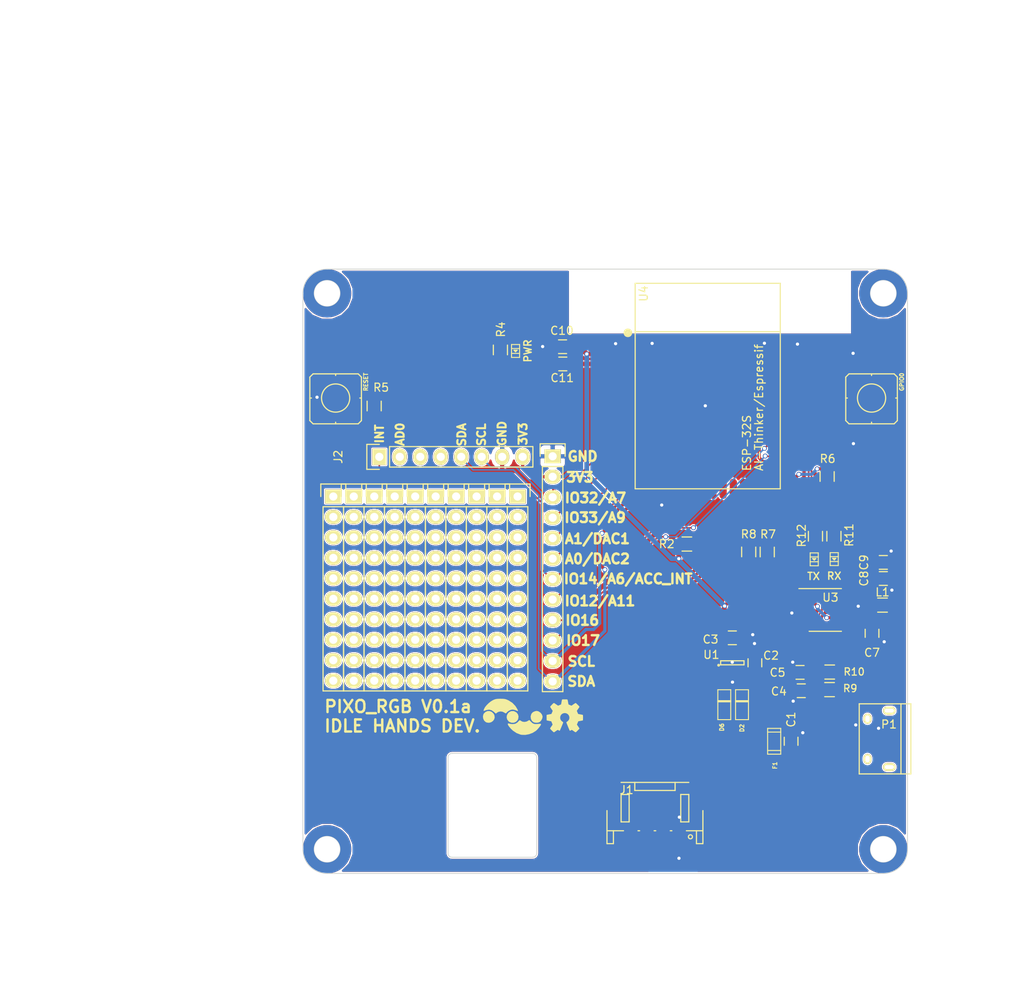
<source format=kicad_pcb>
(kicad_pcb (version 4) (host pcbnew 4.0.7)
  (title_block (title "Sensory Adaptation Robot") (date 2016-03-10) (rev 0.1a) (company "Idle Hands Dev.") (comment 1 "Sean Hodgins"))
  (layers (0 F.Cu signal) (31 B.Cu signal) (34 B.Paste user) (35 F.Paste user) (36 B.SilkS user) (37 F.SilkS user) (38 B.Mask user) (39 F.Mask user) (44 Edge.Cuts user))
  (net 0 "")
  (net 1 GND)
  (net 2 "Net-(C1-Pad2)")
  (net 3 "Net-(C2-Pad1)")
  (net 4 +3V3)
  (net 5 "Net-(C4-Pad2)")
  (net 6 "Net-(C5-Pad2)")
  (net 7 VUSB)
  (net 8 "Net-(D1-Pad1)")
  (net 9 "Net-(D3-Pad2)")
  (net 10 "Net-(D3-Pad1)")
  (net 11 "Net-(D4-Pad2)")
  (net 12 "Net-(D4-Pad1)")
  (net 13 VSPLY)
  (net 14 CKS)
  (net 15 SDS)
  (net 16 /A0_DAC2)
  (net 17 /A1_DAC1)
  (net 18 /GPIO13_A12)
  (net 19 /GPIO12_A11)
  (net 20 /GPIO33_A9)
  (net 21 /GPIO32_A7)
  (net 22 /GPIO15_A8)
  (net 23 "Net-(L1-Pad1)")
  (net 24 "Net-(P1-Pad4)")
  (net 25 "Net-(P1-Pad6)")
  (net 26 /GPIO2)
  (net 27 /GPIO0)
  (net 28 /RXESP)
  (net 29 "Net-(R7-Pad2)")
  (net 30 /TXESP)
  (net 31 "Net-(R8-Pad2)")
  (net 32 "Net-(R9-Pad1)")
  (net 33 "Net-(R10-Pad1)")
  (net 34 "Net-(U3-Pad2)")
  (net 35 "Net-(U3-Pad6)")
  (net 36 "Net-(U3-Pad15)")
  (net 37 "Net-(U3-Pad16)")
  (net 38 "Net-(U4-Pad33)")
  (net 39 "Net-(U4-Pad32)")
  (net 40 "Net-(U4-Pad29)")
  (net 41 "Net-(U4-Pad26)")
  (net 42 "Net-(U4-Pad22)")
  (net 43 "Net-(U4-Pad21)")
  (net 44 "Net-(U4-Pad20)")
  (net 45 "Net-(U4-Pad19)")
  (net 46 "Net-(U4-Pad18)")
  (net 47 "Net-(U4-Pad17)")
  (net 48 "Net-(U4-Pad12)")
  (net 49 "Net-(U4-Pad7)")
  (net 50 "Net-(U4-Pad6)")
  (net 51 "Net-(U4-Pad5)")
  (net 52 "Net-(U4-Pad4)")
  (net 53 /RESET)
  (net 54 INT)
  (net 55 AD0)
  (net 56 XCL)
  (net 57 XDA)
  (net 58 SCL)
  (net 59 SDA)
  (net 60 /GPIO16)
  (net 61 /GPIO17)
  (module idlehands_footprints:STANDOFF_3MM_6MMOD (layer F.Cu) (at 100 100)
    (fp_text reference REF** hide)
    (fp_text value STANDOFF_3MM hide)
    (pad 1 thru_hole circle (at 0 0) (size 6 6) (drill 3.2) (layers *.Cu *.Mask))
  )
  (module idlehands_footprints:STANDOFF_3MM_6MMOD (layer F.Cu) (at 100 169)
    (fp_text reference REF** hide)
    (fp_text value STANDOFF_3MM hide)
    (pad 1 thru_hole circle (at 0 0) (size 6 6) (drill 3.2) (layers *.Cu *.Mask))
  )
  (module idlehands_footprints:STANDOFF_3MM_6MMOD (layer F.Cu) (at 169 169)
    (fp_text reference REF** hide)
    (fp_text value STANDOFF_3MM hide)
    (pad 1 thru_hole circle (at 0 0) (size 6 6) (drill 3.2) (layers *.Cu *.Mask))
  )
  (module Pin_Headers:Pin_Header_Straight_1x10 (layer F.Cu) (at 123.63 125.22)
    (fp_text reference REF** hide)
    (fp_text value Pin_Header_Straight_1x10 hide)
    (pad 1 thru_hole rect (at 0 0) (size 2.032 1.7272) (drill 1.016) (layers *.Cu *.Mask F.SilkS))
    (pad 2 thru_hole oval (at 0 2.54) (size 2.032 1.7272) (drill 1.016) (layers *.Cu *.Mask F.SilkS))
    (pad 3 thru_hole oval (at 0 5.08) (size 2.032 1.7272) (drill 1.016) (layers *.Cu *.Mask F.SilkS))
    (pad 4 thru_hole oval (at 0 7.62) (size 2.032 1.7272) (drill 1.016) (layers *.Cu *.Mask F.SilkS))
    (pad 5 thru_hole oval (at 0 10.16) (size 2.032 1.7272) (drill 1.016) (layers *.Cu *.Mask F.SilkS))
    (pad 6 thru_hole oval (at 0 12.7) (size 2.032 1.7272) (drill 1.016) (layers *.Cu *.Mask F.SilkS))
    (pad 7 thru_hole oval (at 0 15.24) (size 2.032 1.7272) (drill 1.016) (layers *.Cu *.Mask F.SilkS))
    (pad 8 thru_hole oval (at 0 17.78) (size 2.032 1.7272) (drill 1.016) (layers *.Cu *.Mask F.SilkS))
    (pad 9 thru_hole oval (at 0 20.32) (size 2.032 1.7272) (drill 1.016) (layers *.Cu *.Mask F.SilkS))
    (pad 10 thru_hole oval (at 0 22.86) (size 2.032 1.7272) (drill 1.016) (layers *.Cu *.Mask F.SilkS))
  )
  (module Pin_Headers:Pin_Header_Straight_1x10 (layer F.Cu) (at 121.09 125.22)
    (fp_text reference REF** hide)
    (fp_text value Pin_Header_Straight_1x10 hide)
    (pad 1 thru_hole rect (at 0 0) (size 2.032 1.7272) (drill 1.016) (layers *.Cu *.Mask F.SilkS))
    (pad 2 thru_hole oval (at 0 2.54) (size 2.032 1.7272) (drill 1.016) (layers *.Cu *.Mask F.SilkS))
    (pad 3 thru_hole oval (at 0 5.08) (size 2.032 1.7272) (drill 1.016) (layers *.Cu *.Mask F.SilkS))
    (pad 4 thru_hole oval (at 0 7.62) (size 2.032 1.7272) (drill 1.016) (layers *.Cu *.Mask F.SilkS))
    (pad 5 thru_hole oval (at 0 10.16) (size 2.032 1.7272) (drill 1.016) (layers *.Cu *.Mask F.SilkS))
    (pad 6 thru_hole oval (at 0 12.7) (size 2.032 1.7272) (drill 1.016) (layers *.Cu *.Mask F.SilkS))
    (pad 7 thru_hole oval (at 0 15.24) (size 2.032 1.7272) (drill 1.016) (layers *.Cu *.Mask F.SilkS))
    (pad 8 thru_hole oval (at 0 17.78) (size 2.032 1.7272) (drill 1.016) (layers *.Cu *.Mask F.SilkS))
    (pad 9 thru_hole oval (at 0 20.32) (size 2.032 1.7272) (drill 1.016) (layers *.Cu *.Mask F.SilkS))
    (pad 10 thru_hole oval (at 0 22.86) (size 2.032 1.7272) (drill 1.016) (layers *.Cu *.Mask F.SilkS))
  )
  (module Pin_Headers:Pin_Header_Straight_1x10 (layer F.Cu) (at 118.55 125.22)
    (fp_text reference REF** hide)
    (fp_text value Pin_Header_Straight_1x10 hide)
    (pad 1 thru_hole rect (at 0 0) (size 2.032 1.7272) (drill 1.016) (layers *.Cu *.Mask F.SilkS))
    (pad 2 thru_hole oval (at 0 2.54) (size 2.032 1.7272) (drill 1.016) (layers *.Cu *.Mask F.SilkS))
    (pad 3 thru_hole oval (at 0 5.08) (size 2.032 1.7272) (drill 1.016) (layers *.Cu *.Mask F.SilkS))
    (pad 4 thru_hole oval (at 0 7.62) (size 2.032 1.7272) (drill 1.016) (layers *.Cu *.Mask F.SilkS))
    (pad 5 thru_hole oval (at 0 10.16) (size 2.032 1.7272) (drill 1.016) (layers *.Cu *.Mask F.SilkS))
    (pad 6 thru_hole oval (at 0 12.7) (size 2.032 1.7272) (drill 1.016) (layers *.Cu *.Mask F.SilkS))
    (pad 7 thru_hole oval (at 0 15.24) (size 2.032 1.7272) (drill 1.016) (layers *.Cu *.Mask F.SilkS))
    (pad 8 thru_hole oval (at 0 17.78) (size 2.032 1.7272) (drill 1.016) (layers *.Cu *.Mask F.SilkS))
    (pad 9 thru_hole oval (at 0 20.32) (size 2.032 1.7272) (drill 1.016) (layers *.Cu *.Mask F.SilkS))
    (pad 10 thru_hole oval (at 0 22.86) (size 2.032 1.7272) (drill 1.016) (layers *.Cu *.Mask F.SilkS))
  )
  (module Pin_Headers:Pin_Header_Straight_1x10 (layer F.Cu) (at 116.01 125.22)
    (fp_text reference REF** hide)
    (fp_text value Pin_Header_Straight_1x10 hide)
    (pad 1 thru_hole rect (at 0 0) (size 2.032 1.7272) (drill 1.016) (layers *.Cu *.Mask F.SilkS))
    (pad 2 thru_hole oval (at 0 2.54) (size 2.032 1.7272) (drill 1.016) (layers *.Cu *.Mask F.SilkS))
    (pad 3 thru_hole oval (at 0 5.08) (size 2.032 1.7272) (drill 1.016) (layers *.Cu *.Mask F.SilkS))
    (pad 4 thru_hole oval (at 0 7.62) (size 2.032 1.7272) (drill 1.016) (layers *.Cu *.Mask F.SilkS))
    (pad 5 thru_hole oval (at 0 10.16) (size 2.032 1.7272) (drill 1.016) (layers *.Cu *.Mask F.SilkS))
    (pad 6 thru_hole oval (at 0 12.7) (size 2.032 1.7272) (drill 1.016) (layers *.Cu *.Mask F.SilkS))
    (pad 7 thru_hole oval (at 0 15.24) (size 2.032 1.7272) (drill 1.016) (layers *.Cu *.Mask F.SilkS))
    (pad 8 thru_hole oval (at 0 17.78) (size 2.032 1.7272) (drill 1.016) (layers *.Cu *.Mask F.SilkS))
    (pad 9 thru_hole oval (at 0 20.32) (size 2.032 1.7272) (drill 1.016) (layers *.Cu *.Mask F.SilkS))
    (pad 10 thru_hole oval (at 0 22.86) (size 2.032 1.7272) (drill 1.016) (layers *.Cu *.Mask F.SilkS))
  )
  (module Pin_Headers:Pin_Header_Straight_1x10 (layer F.Cu) (at 113.47 125.22)
    (fp_text reference REF** hide)
    (fp_text value Pin_Header_Straight_1x10 hide)
    (pad 1 thru_hole rect (at 0 0) (size 2.032 1.7272) (drill 1.016) (layers *.Cu *.Mask F.SilkS))
    (pad 2 thru_hole oval (at 0 2.54) (size 2.032 1.7272) (drill 1.016) (layers *.Cu *.Mask F.SilkS))
    (pad 3 thru_hole oval (at 0 5.08) (size 2.032 1.7272) (drill 1.016) (layers *.Cu *.Mask F.SilkS))
    (pad 4 thru_hole oval (at 0 7.62) (size 2.032 1.7272) (drill 1.016) (layers *.Cu *.Mask F.SilkS))
    (pad 5 thru_hole oval (at 0 10.16) (size 2.032 1.7272) (drill 1.016) (layers *.Cu *.Mask F.SilkS))
    (pad 6 thru_hole oval (at 0 12.7) (size 2.032 1.7272) (drill 1.016) (layers *.Cu *.Mask F.SilkS))
    (pad 7 thru_hole oval (at 0 15.24) (size 2.032 1.7272) (drill 1.016) (layers *.Cu *.Mask F.SilkS))
    (pad 8 thru_hole oval (at 0 17.78) (size 2.032 1.7272) (drill 1.016) (layers *.Cu *.Mask F.SilkS))
    (pad 9 thru_hole oval (at 0 20.32) (size 2.032 1.7272) (drill 1.016) (layers *.Cu *.Mask F.SilkS))
    (pad 10 thru_hole oval (at 0 22.86) (size 2.032 1.7272) (drill 1.016) (layers *.Cu *.Mask F.SilkS))
  )
  (module Pin_Headers:Pin_Header_Straight_1x10 (layer F.Cu) (at 110.93 125.22)
    (fp_text reference REF** hide)
    (fp_text value Pin_Header_Straight_1x10 hide)
    (pad 1 thru_hole rect (at 0 0) (size 2.032 1.7272) (drill 1.016) (layers *.Cu *.Mask F.SilkS))
    (pad 2 thru_hole oval (at 0 2.54) (size 2.032 1.7272) (drill 1.016) (layers *.Cu *.Mask F.SilkS))
    (pad 3 thru_hole oval (at 0 5.08) (size 2.032 1.7272) (drill 1.016) (layers *.Cu *.Mask F.SilkS))
    (pad 4 thru_hole oval (at 0 7.62) (size 2.032 1.7272) (drill 1.016) (layers *.Cu *.Mask F.SilkS))
    (pad 5 thru_hole oval (at 0 10.16) (size 2.032 1.7272) (drill 1.016) (layers *.Cu *.Mask F.SilkS))
    (pad 6 thru_hole oval (at 0 12.7) (size 2.032 1.7272) (drill 1.016) (layers *.Cu *.Mask F.SilkS))
    (pad 7 thru_hole oval (at 0 15.24) (size 2.032 1.7272) (drill 1.016) (layers *.Cu *.Mask F.SilkS))
    (pad 8 thru_hole oval (at 0 17.78) (size 2.032 1.7272) (drill 1.016) (layers *.Cu *.Mask F.SilkS))
    (pad 9 thru_hole oval (at 0 20.32) (size 2.032 1.7272) (drill 1.016) (layers *.Cu *.Mask F.SilkS))
    (pad 10 thru_hole oval (at 0 22.86) (size 2.032 1.7272) (drill 1.016) (layers *.Cu *.Mask F.SilkS))
  )
  (module Pin_Headers:Pin_Header_Straight_1x10 (layer F.Cu) (at 108.39 125.22)
    (fp_text reference REF** hide)
    (fp_text value Pin_Header_Straight_1x10 hide)
    (pad 1 thru_hole rect (at 0 0) (size 2.032 1.7272) (drill 1.016) (layers *.Cu *.Mask F.SilkS))
    (pad 2 thru_hole oval (at 0 2.54) (size 2.032 1.7272) (drill 1.016) (layers *.Cu *.Mask F.SilkS))
    (pad 3 thru_hole oval (at 0 5.08) (size 2.032 1.7272) (drill 1.016) (layers *.Cu *.Mask F.SilkS))
    (pad 4 thru_hole oval (at 0 7.62) (size 2.032 1.7272) (drill 1.016) (layers *.Cu *.Mask F.SilkS))
    (pad 5 thru_hole oval (at 0 10.16) (size 2.032 1.7272) (drill 1.016) (layers *.Cu *.Mask F.SilkS))
    (pad 6 thru_hole oval (at 0 12.7) (size 2.032 1.7272) (drill 1.016) (layers *.Cu *.Mask F.SilkS))
    (pad 7 thru_hole oval (at 0 15.24) (size 2.032 1.7272) (drill 1.016) (layers *.Cu *.Mask F.SilkS))
    (pad 8 thru_hole oval (at 0 17.78) (size 2.032 1.7272) (drill 1.016) (layers *.Cu *.Mask F.SilkS))
    (pad 9 thru_hole oval (at 0 20.32) (size 2.032 1.7272) (drill 1.016) (layers *.Cu *.Mask F.SilkS))
    (pad 10 thru_hole oval (at 0 22.86) (size 2.032 1.7272) (drill 1.016) (layers *.Cu *.Mask F.SilkS))
  )
  (module Pin_Headers:Pin_Header_Straight_1x10 (layer F.Cu) (at 105.85 125.22)
    (fp_text reference REF** hide)
    (fp_text value Pin_Header_Straight_1x10 hide)
    (pad 1 thru_hole rect (at 0 0) (size 2.032 1.7272) (drill 1.016) (layers *.Cu *.Mask F.SilkS))
    (pad 2 thru_hole oval (at 0 2.54) (size 2.032 1.7272) (drill 1.016) (layers *.Cu *.Mask F.SilkS))
    (pad 3 thru_hole oval (at 0 5.08) (size 2.032 1.7272) (drill 1.016) (layers *.Cu *.Mask F.SilkS))
    (pad 4 thru_hole oval (at 0 7.62) (size 2.032 1.7272) (drill 1.016) (layers *.Cu *.Mask F.SilkS))
    (pad 5 thru_hole oval (at 0 10.16) (size 2.032 1.7272) (drill 1.016) (layers *.Cu *.Mask F.SilkS))
    (pad 6 thru_hole oval (at 0 12.7) (size 2.032 1.7272) (drill 1.016) (layers *.Cu *.Mask F.SilkS))
    (pad 7 thru_hole oval (at 0 15.24) (size 2.032 1.7272) (drill 1.016) (layers *.Cu *.Mask F.SilkS))
    (pad 8 thru_hole oval (at 0 17.78) (size 2.032 1.7272) (drill 1.016) (layers *.Cu *.Mask F.SilkS))
    (pad 9 thru_hole oval (at 0 20.32) (size 2.032 1.7272) (drill 1.016) (layers *.Cu *.Mask F.SilkS))
    (pad 10 thru_hole oval (at 0 22.86) (size 2.032 1.7272) (drill 1.016) (layers *.Cu *.Mask F.SilkS))
  )
  (module Pin_Headers:Pin_Header_Straight_1x10 (layer F.Cu) (at 103.31 125.22)
    (fp_text reference REF** hide)
    (fp_text value Pin_Header_Straight_1x10 hide)
    (pad 1 thru_hole rect (at 0 0) (size 2.032 1.7272) (drill 1.016) (layers *.Cu *.Mask F.SilkS))
    (pad 2 thru_hole oval (at 0 2.54) (size 2.032 1.7272) (drill 1.016) (layers *.Cu *.Mask F.SilkS))
    (pad 3 thru_hole oval (at 0 5.08) (size 2.032 1.7272) (drill 1.016) (layers *.Cu *.Mask F.SilkS))
    (pad 4 thru_hole oval (at 0 7.62) (size 2.032 1.7272) (drill 1.016) (layers *.Cu *.Mask F.SilkS))
    (pad 5 thru_hole oval (at 0 10.16) (size 2.032 1.7272) (drill 1.016) (layers *.Cu *.Mask F.SilkS))
    (pad 6 thru_hole oval (at 0 12.7) (size 2.032 1.7272) (drill 1.016) (layers *.Cu *.Mask F.SilkS))
    (pad 7 thru_hole oval (at 0 15.24) (size 2.032 1.7272) (drill 1.016) (layers *.Cu *.Mask F.SilkS))
    (pad 8 thru_hole oval (at 0 17.78) (size 2.032 1.7272) (drill 1.016) (layers *.Cu *.Mask F.SilkS))
    (pad 9 thru_hole oval (at 0 20.32) (size 2.032 1.7272) (drill 1.016) (layers *.Cu *.Mask F.SilkS))
    (pad 10 thru_hole oval (at 0 22.86) (size 2.032 1.7272) (drill 1.016) (layers *.Cu *.Mask F.SilkS))
  )
  (module Capacitors_SMD:C_0805 (layer F.Cu) (at 169 133.4 180)
    (fp_text reference C9 (at 2.4 0 270) (layer F.SilkS))
    (fp_text value 10uF hide)
    (pad 1 smd rect (at -1 0 180) (size 1 1.25) (layers F.Cu F.Paste F.Mask) (net 1 GND))
    (pad 2 smd rect (at 1 0 180) (size 1 1.25) (layers F.Cu F.Paste F.Mask) (net 7 VUSB))
  )
  (module Capacitors_SMD:C_0805 (layer F.Cu) (at 129.21 106.63 180)
    (fp_text reference C10 (at 0.08 1.99 360) (layer F.SilkS))
    (fp_text value 10uF hide)
    (pad 1 smd rect (at -1 0 180) (size 1 1.25) (layers F.Cu F.Paste F.Mask) (net 4 +3V3))
    (pad 2 smd rect (at 1 0 180) (size 1 1.25) (layers F.Cu F.Paste F.Mask) (net 1 GND))
  )
  (module idlehands_footprints:Led_0603 (layer F.Cu) (at 123.38 107.1593 270)
    (fp_text reference D1 hide)
    (fp_text value PWR (at -0.0093 -1.52 450) (layer F.SilkS) (effects (font (size 0.9 0.9) (thickness 0.17))))
    (pad 2 smd rect (at -0.7493 0 270) (size 0.79756 0.79756) (layers F.Cu F.Paste F.Mask) (net 4 +3V3))
    (pad 1 smd rect (at 0.7493 0 270) (size 0.79756 0.79756) (layers F.Cu F.Paste F.Mask) (net 8 "Net-(D1-Pad1)"))
  )
  (module idlehands_footprints:Led_0603 (layer F.Cu) (at 162.91 132.99 270)
    (fp_text reference D3 hide)
    (fp_text value RX (at 2.1 0.01 360) (layer F.SilkS) (effects (font (size 0.9 0.9) (thickness 0.17))))
    (pad 2 smd rect (at -0.7493 0 270) (size 0.79756 0.79756) (layers F.Cu F.Paste F.Mask) (net 9 "Net-(D3-Pad2)"))
    (pad 1 smd rect (at 0.7493 0 270) (size 0.79756 0.79756) (layers F.Cu F.Paste F.Mask) (net 10 "Net-(D3-Pad1)"))
  )
  (module idlehands_footprints:Led_0603 (layer F.Cu) (at 160.43 133.02 270)
    (fp_text reference D4 hide)
    (fp_text value TX (at 2.1 0.09 360) (layer F.SilkS) (effects (font (size 0.9 0.9) (thickness 0.17))))
    (pad 2 smd rect (at -0.7493 0 270) (size 0.79756 0.79756) (layers F.Cu F.Paste F.Mask) (net 11 "Net-(D4-Pad2)"))
    (pad 1 smd rect (at 0.7493 0 270) (size 0.79756 0.79756) (layers F.Cu F.Paste F.Mask) (net 12 "Net-(D4-Pad1)"))
  )
  (module idlehands_footprints:c_1206 (layer F.Cu) (at 155.46 155.6 90)
    (fp_text reference F1 (at -3 0.1 90) (layer F.SilkS) (effects (font (size 0.50038 0.50038) (thickness 0.11938))))
    (fp_text value 500mA hide)
    (pad 1 smd rect (at 1.397 0 90) (size 1.6002 1.8034) (layers F.Cu F.Paste F.Mask) (net 7 VUSB))
    (pad 2 smd rect (at -1.397 0 90) (size 1.6002 1.8034) (layers F.Cu F.Paste F.Mask) (net 2 "Net-(C1-Pad2)"))
  )
  (module Connectors_JST_PH:Connectors_JST_S4B-PH-SM4-TB (layer F.Cu) (at 140.67 164.93 180)
    (fp_text reference J1 (at 3.51 3.29 180) (layer F.SilkS))
    (fp_text value PIXO_CONN)
    (pad 1 smd rect (at -3 -2.775 180) (size 1 3.5) (layers F.Cu F.Paste F.Mask) (net 1 GND))
    (pad 2 smd rect (at -1 -2.775 180) (size 1 3.5) (layers F.Cu F.Paste F.Mask) (net 15 SDS))
    (pad 3 smd rect (at 1 -2.775 180) (size 1 3.5) (layers F.Cu F.Paste F.Mask) (net 14 CKS))
    (pad 4 smd rect (at 3 -2.775 180) (size 1 3.5) (layers F.Cu F.Paste F.Mask) (net 13 VSPLY))
    (pad "" smd rect (at -5.4 2.775 180) (size 1.6 3.4) (layers F.Cu F.Paste F.Mask))
    (pad "" smd rect (at 5.4 2.775 180) (size 1.6 3.4) (layers F.Cu F.Paste F.Mask))
  )
  (module Connect:USB_Micro-B (layer F.Cu) (at 168.6 155.3 90)
    (fp_text reference P1 (at 1.8 1.1 180) (layer F.SilkS))
    (fp_text value USB_OTG)
    (pad 1 smd rect (at -1.3009 -1.56254 180) (size 1.35 0.4) (layers F.Cu F.Paste F.Mask) (net 2 "Net-(C1-Pad2)"))
    (pad 2 smd rect (at -0.6509 -1.56254 180) (size 1.35 0.4) (layers F.Cu F.Paste F.Mask) (net 5 "Net-(C4-Pad2)"))
    (pad 3 smd rect (at -0.0009 -1.56254 180) (size 1.35 0.4) (layers F.Cu F.Paste F.Mask) (net 6 "Net-(C5-Pad2)"))
    (pad 4 smd rect (at 0.6491 -1.56254 180) (size 1.35 0.4) (layers F.Cu F.Paste F.Mask) (net 24 "Net-(P1-Pad4)"))
    (pad 5 smd rect (at 1.2991 -1.56254 180) (size 1.35 0.4) (layers F.Cu F.Paste F.Mask) (net 1 GND))
    (pad 0 thru_hole oval (at -2.5009 -1.56254 180) (size 0.95 1.25) (drill oval 0.55 0.85) (layers *.Cu *.Mask F.SilkS) (net 25 "Net-(P1-Pad6)"))
    (pad 0 thru_hole oval (at 2.4991 -1.56254 180) (size 0.95 1.25) (drill oval 0.55 0.85) (layers *.Cu *.Mask F.SilkS) (net 25 "Net-(P1-Pad6)"))
    (pad 0 thru_hole oval (at -3.5009 1.13746 180) (size 1.55 1) (drill oval 1.15 0.5) (layers *.Cu *.Mask F.SilkS) (net 25 "Net-(P1-Pad6)"))
    (pad 0 thru_hole oval (at 3.4991 1.13746 180) (size 1.55 1) (drill oval 1.15 0.5) (layers *.Cu *.Mask F.SilkS) (net 25 "Net-(P1-Pad6)"))
  )
  (module idlehands_footprints:PTS-LFS (layer F.Cu) (at 167.54 113 270)
    (fp_text reference SW2 hide)
    (fp_text value GPIO0 (at -2 -3.75 270) (layer F.SilkS) (effects (font (size 0.5 0.5) (thickness 0.125))))
    (pad 1 smd rect (at 3.975 2.25 270) (size 1.55 1.3) (layers F.Cu F.Paste F.Mask) (net 1 GND))
    (pad 2 smd rect (at 3.975 -2.25 270) (size 1.55 1.3) (layers F.Cu F.Paste F.Mask) (net 27 /GPIO0))
    (pad 2 smd rect (at -3.975 -2.25 270) (size 1.55 1.3) (layers F.Cu F.Paste F.Mask) (net 27 /GPIO0))
    (pad 1 smd rect (at -3.975 2.25 270) (size 1.55 1.3) (layers F.Cu F.Paste F.Mask) (net 1 GND))
  )
  (module idlehands_footprints:PTS-LFS (layer F.Cu) (at 101.06 113 270)
    (fp_text reference SW3 hide)
    (fp_text value RESET (at -2 -3.75 270) (layer F.SilkS) (effects (font (size 0.5 0.5) (thickness 0.125))))
    (pad 1 smd rect (at 3.975 2.25 270) (size 1.55 1.3) (layers F.Cu F.Paste F.Mask) (net 1 GND))
    (pad 2 smd rect (at 3.975 -2.25 270) (size 1.55 1.3) (layers F.Cu F.Paste F.Mask) (net 53 /RESET))
    (pad 2 smd rect (at -3.975 -2.25 270) (size 1.55 1.3) (layers F.Cu F.Paste F.Mask) (net 53 /RESET))
    (pad 1 smd rect (at -3.975 2.25 270) (size 1.55 1.3) (layers F.Cu F.Paste F.Mask) (net 1 GND))
  )
  (module TO_SOT_Packages_SMD:SOT-23-5 (layer F.Cu) (at 150.27 145.86 90)
    (fp_text reference U1 (at 1 -2.6 180) (layer F.SilkS))
    (fp_text value AP2112K-3.3V hide)
    (pad 1 smd rect (at -1.1 -0.95 90) (size 1.06 0.65) (layers F.Cu F.Paste F.Mask) (net 3 "Net-(C2-Pad1)"))
    (pad 2 smd rect (at -1.1 0 90) (size 1.06 0.65) (layers F.Cu F.Paste F.Mask) (net 1 GND))
    (pad 3 smd rect (at -1.1 0.95 90) (size 1.06 0.65) (layers F.Cu F.Paste F.Mask) (net 3 "Net-(C2-Pad1)"))
    (pad 4 smd rect (at 1.1 0.95 90) (size 1.06 0.65) (layers F.Cu F.Paste F.Mask))
    (pad 5 smd rect (at 1.1 -0.95 90) (size 1.06 0.65) (layers F.Cu F.Paste F.Mask) (net 4 +3V3))
  )
  (module Housings_SSOP:SSOP-16_3.9x4.9mm_Pitch0.635mm (layer F.Cu) (at 161.8 139.3)
    (fp_text reference U3 (at 0.64 -1.54) (layer F.SilkS))
    (fp_text value FT230XS hide)
    (pad 1 smd rect (at -2.6 -2.2225) (size 1.2 0.4) (layers F.Cu F.Paste F.Mask) (net 29 "Net-(R7-Pad2)"))
    (pad 2 smd rect (at -2.6 -1.5875) (size 1.2 0.4) (layers F.Cu F.Paste F.Mask) (net 34 "Net-(U3-Pad2)"))
    (pad 3 smd rect (at -2.6 -0.9525) (size 1.2 0.4) (layers F.Cu F.Paste F.Mask) (net 4 +3V3))
    (pad 4 smd rect (at -2.6 -0.3175) (size 1.2 0.4) (layers F.Cu F.Paste F.Mask) (net 31 "Net-(R8-Pad2)"))
    (pad 5 smd rect (at -2.6 0.3175) (size 1.2 0.4) (layers F.Cu F.Paste F.Mask) (net 1 GND))
    (pad 6 smd rect (at -2.6 0.9525) (size 1.2 0.4) (layers F.Cu F.Paste F.Mask) (net 35 "Net-(U3-Pad6)"))
    (pad 7 smd rect (at -2.6 1.5875) (size 1.2 0.4) (layers F.Cu F.Paste F.Mask) (net 12 "Net-(D4-Pad1)"))
    (pad 8 smd rect (at -2.6 2.2225) (size 1.2 0.4) (layers F.Cu F.Paste F.Mask) (net 33 "Net-(R10-Pad1)"))
    (pad 9 smd rect (at 2.6 2.2225) (size 1.2 0.4) (layers F.Cu F.Paste F.Mask) (net 32 "Net-(R9-Pad1)"))
    (pad 10 smd rect (at 2.6 1.5875) (size 1.2 0.4) (layers F.Cu F.Paste F.Mask) (net 4 +3V3))
    (pad 11 smd rect (at 2.6 0.9525) (size 1.2 0.4) (layers F.Cu F.Paste F.Mask) (net 4 +3V3))
    (pad 12 smd rect (at 2.6 0.3175) (size 1.2 0.4) (layers F.Cu F.Paste F.Mask) (net 23 "Net-(L1-Pad1)"))
    (pad 13 smd rect (at 2.6 -0.3175) (size 1.2 0.4) (layers F.Cu F.Paste F.Mask) (net 1 GND))
    (pad 14 smd rect (at 2.6 -0.9525) (size 1.2 0.4) (layers F.Cu F.Paste F.Mask) (net 10 "Net-(D3-Pad1)"))
    (pad 15 smd rect (at 2.6 -1.5875) (size 1.2 0.4) (layers F.Cu F.Paste F.Mask) (net 36 "Net-(U3-Pad15)"))
    (pad 16 smd rect (at 2.6 -2.2225) (size 1.2 0.4) (layers F.Cu F.Paste F.Mask) (net 37 "Net-(U3-Pad16)"))
  )
  (module ESP32:ESP-32S (layer F.Cu) (at 147.27 115.78)
    (fp_text reference U4 (at -8.002566 -15.737338 270) (layer F.SilkS))
    (fp_text value ESP-32S)
    (fp_text user AI-Thinker/Espressif (at 6.3 -1.6 90) (layer F.SilkS))
    (fp_text user ESP-32S (at 4.8 2.8 90) (layer F.SilkS))
    (pad 38 smd oval (at 8.947434 -9.517338 180) (size 2.5 0.9) (layers F.Cu F.Paste F.Mask) (net 1 GND))
    (pad 37 smd oval (at 8.947434 -8.247338 180) (size 2.5 0.9) (layers F.Cu F.Paste F.Mask) (net 59 SDA))
    (pad 36 smd oval (at 8.947434 -6.977338 180) (size 2.5 0.9) (layers F.Cu F.Paste F.Mask) (net 58 SCL))
    (pad 35 smd oval (at 8.947434 -5.707338 180) (size 2.5 0.9) (layers F.Cu F.Paste F.Mask) (net 30 /TXESP))
    (pad 34 smd oval (at 8.947434 -4.437338 180) (size 2.5 0.9) (layers F.Cu F.Paste F.Mask) (net 28 /RXESP))
    (pad 33 smd oval (at 8.947434 -3.167338 180) (size 2.5 0.9) (layers F.Cu F.Paste F.Mask) (net 38 "Net-(U4-Pad33)"))
    (pad 32 smd oval (at 8.947434 -1.897338 180) (size 2.5 0.9) (layers F.Cu F.Paste F.Mask) (net 39 "Net-(U4-Pad32)"))
    (pad 31 smd oval (at 8.947434 -0.627338 180) (size 2.5 0.9) (layers F.Cu F.Paste F.Mask) (net 15 SDS))
    (pad 30 smd oval (at 8.947434 0.642662 180) (size 2.5 0.9) (layers F.Cu F.Paste F.Mask) (net 14 CKS))
    (pad 29 smd oval (at 8.947434 1.912662 180) (size 2.5 0.9) (layers F.Cu F.Paste F.Mask) (net 40 "Net-(U4-Pad29)"))
    (pad 28 smd oval (at 8.947434 3.182662 180) (size 2.5 0.9) (layers F.Cu F.Paste F.Mask) (net 61 /GPIO17))
    (pad 27 smd oval (at 8.947434 4.452662 180) (size 2.5 0.9) (layers F.Cu F.Paste F.Mask) (net 60 /GPIO16))
    (pad 26 smd oval (at 8.947434 5.722662 180) (size 2.5 0.9) (layers F.Cu F.Paste F.Mask) (net 41 "Net-(U4-Pad26)"))
    (pad 25 smd oval (at 8.947434 6.992662 180) (size 2.5 0.9) (layers F.Cu F.Paste F.Mask) (net 27 /GPIO0))
    (pad 24 smd oval (at 5.662434 8.482662 180) (size 0.9 2.5) (layers F.Cu F.Paste F.Mask) (net 26 /GPIO2))
    (pad 23 smd oval (at 4.392434 8.482662 180) (size 0.9 2.5) (layers F.Cu F.Paste F.Mask) (net 22 /GPIO15_A8))
    (pad 22 smd oval (at 3.122434 8.482662 180) (size 0.9 2.5) (layers F.Cu F.Paste F.Mask) (net 42 "Net-(U4-Pad22)"))
    (pad 21 smd oval (at 1.852434 8.482662 180) (size 0.9 2.5) (layers F.Cu F.Paste F.Mask) (net 43 "Net-(U4-Pad21)"))
    (pad 20 smd oval (at 0.582434 8.482662 180) (size 0.9 2.5) (layers F.Cu F.Paste F.Mask) (net 44 "Net-(U4-Pad20)"))
    (pad 19 smd oval (at -0.687566 8.482662 180) (size 0.9 2.5) (layers F.Cu F.Paste F.Mask) (net 45 "Net-(U4-Pad19)"))
    (pad 18 smd oval (at -1.957566 8.482662 180) (size 0.9 2.5) (layers F.Cu F.Paste F.Mask) (net 46 "Net-(U4-Pad18)"))
    (pad 17 smd oval (at -3.227566 8.482662 180) (size 0.9 2.5) (layers F.Cu F.Paste F.Mask) (net 47 "Net-(U4-Pad17)"))
    (pad 16 smd oval (at -4.497566 8.482662 180) (size 0.9 2.5) (layers F.Cu F.Paste F.Mask) (net 18 /GPIO13_A12))
    (pad 15 smd oval (at -5.767566 8.482662 180) (size 0.9 2.5) (layers F.Cu F.Paste F.Mask) (net 1 GND))
    (pad 14 smd oval (at -9.052566 6.992662 180) (size 2.5 0.9) (layers F.Cu F.Paste F.Mask) (net 19 /GPIO12_A11))
    (pad 13 smd oval (at -9.052566 5.722662 180) (size 2.5 0.9) (layers F.Cu F.Paste F.Mask) (net 54 INT))
    (pad 12 smd oval (at -9.052566 4.452662 180) (size 2.5 0.9) (layers F.Cu F.Paste F.Mask) (net 48 "Net-(U4-Pad12)"))
    (pad 11 smd oval (at -9.052566 3.182662 180) (size 2.5 0.9) (layers F.Cu F.Paste F.Mask) (net 16 /A0_DAC2))
    (pad 10 smd oval (at -9.052566 1.912662 180) (size 2.5 0.9) (layers F.Cu F.Paste F.Mask) (net 17 /A1_DAC1))
    (pad 9 smd oval (at -9.052566 0.642662 180) (size 2.5 0.9) (layers F.Cu F.Paste F.Mask) (net 20 /GPIO33_A9))
    (pad 8 smd oval (at -9.052566 -0.627338 180) (size 2.5 0.9) (layers F.Cu F.Paste F.Mask) (net 21 /GPIO32_A7))
    (pad 7 smd oval (at -9.052566 -1.897338 180) (size 2.5 0.9) (layers F.Cu F.Paste F.Mask) (net 49 "Net-(U4-Pad7)"))
    (pad 6 smd oval (at -9.052566 -3.167338 180) (size 2.5 0.9) (layers F.Cu F.Paste F.Mask) (net 50 "Net-(U4-Pad6)"))
    (pad 5 smd oval (at -9.052566 -4.437338 180) (size 2.5 0.9) (layers F.Cu F.Paste F.Mask) (net 51 "Net-(U4-Pad5)"))
    (pad 4 smd oval (at -9.052566 -5.707338 180) (size 2.5 0.9) (layers F.Cu F.Paste F.Mask) (net 52 "Net-(U4-Pad4)"))
    (pad 3 smd oval (at -9.052566 -6.977338 180) (size 2.5 0.9) (layers F.Cu F.Paste F.Mask) (net 53 /RESET))
    (pad 2 smd oval (at -9.052566 -8.247338 180) (size 2.5 0.9) (layers F.Cu F.Paste F.Mask) (net 4 +3V3))
    (pad 1 smd oval (at -9.052566 -9.517338 180) (size 2.5 0.9) (layers F.Cu F.Paste F.Mask) (net 1 GND))
    (pad 39 smd rect (at -0.352566 -1.817338 180) (size 6 6) (layers F.Cu F.Paste F.Mask) (net 1 GND))
  )
  (module Capacitors_SMD:C_0805 (layer F.Cu) (at 157.56 155.6 270)
    (fp_text reference C1 (at -2.7 0 270) (layer F.SilkS))
    (fp_text value 0.1uF hide)
    (pad 1 smd rect (at -1 0 270) (size 1 1.25) (layers F.Cu F.Paste F.Mask) (net 1 GND))
    (pad 2 smd rect (at 1 0 270) (size 1 1.25) (layers F.Cu F.Paste F.Mask) (net 2 "Net-(C1-Pad2)"))
  )
  (module Capacitors_SMD:C_0805 (layer F.Cu) (at 153.07 145.86 90)
    (fp_text reference C2 (at 0.9 2 180) (layer F.SilkS))
    (fp_text value 1uF hide)
    (pad 1 smd rect (at -1 0 90) (size 1 1.25) (layers F.Cu F.Paste F.Mask) (net 3 "Net-(C2-Pad1)"))
    (pad 2 smd rect (at 1 0 90) (size 1 1.25) (layers F.Cu F.Paste F.Mask) (net 1 GND))
  )
  (module Capacitors_SMD:C_0805 (layer F.Cu) (at 150.27 142.76)
    (fp_text reference C3 (at -2.7 0.2 180) (layer F.SilkS))
    (fp_text value 2.2uF hide)
    (pad 1 smd rect (at -1 0) (size 1 1.25) (layers F.Cu F.Paste F.Mask) (net 4 +3V3))
    (pad 2 smd rect (at 1 0) (size 1 1.25) (layers F.Cu F.Paste F.Mask) (net 1 GND))
  )
  (module Capacitors_SMD:C_0805 (layer F.Cu) (at 158.82 149.33)
    (fp_text reference C4 (at -2.78 0.08) (layer F.SilkS))
    (fp_text value 47pF hide)
    (pad 1 smd rect (at -1 0) (size 1 1.25) (layers F.Cu F.Paste F.Mask) (net 1 GND))
    (pad 2 smd rect (at 1 0) (size 1 1.25) (layers F.Cu F.Paste F.Mask) (net 5 "Net-(C4-Pad2)"))
  )
  (module Capacitors_SMD:C_0805 (layer F.Cu) (at 158.67 147.05)
    (fp_text reference C5 (at -2.79 0.02) (layer F.SilkS))
    (fp_text value 47pF hide)
    (pad 1 smd rect (at -1 0) (size 1 1.25) (layers F.Cu F.Paste F.Mask) (net 1 GND))
    (pad 2 smd rect (at 1 0) (size 1 1.25) (layers F.Cu F.Paste F.Mask) (net 6 "Net-(C5-Pad2)"))
  )
  (module Capacitors_SMD:C_0805 (layer F.Cu) (at 167.6 142.2 90)
    (fp_text reference C7 (at -2.4 0 180) (layer F.SilkS))
    (fp_text value 0.1uF hide)
    (pad 1 smd rect (at -1 0 90) (size 1 1.25) (layers F.Cu F.Paste F.Mask) (net 1 GND))
    (pad 2 smd rect (at 1 0 90) (size 1 1.25) (layers F.Cu F.Paste F.Mask) (net 4 +3V3))
  )
  (module Capacitors_SMD:C_0805 (layer F.Cu) (at 169 135.4 180)
    (fp_text reference C8 (at 2.4 0 270) (layer F.SilkS))
    (fp_text value 0.1uF hide)
    (pad 1 smd rect (at -1 0 180) (size 1 1.25) (layers F.Cu F.Paste F.Mask) (net 1 GND))
    (pad 2 smd rect (at 1 0 180) (size 1 1.25) (layers F.Cu F.Paste F.Mask) (net 7 VUSB))
  )
  (module Capacitors_SMD:C_0805 (layer F.Cu) (at 129.24 108.77 180)
    (fp_text reference C11 (at 0.07 -1.74 360) (layer F.SilkS))
    (fp_text value 1uF hide)
    (pad 1 smd rect (at -1 0 180) (size 1 1.25) (layers F.Cu F.Paste F.Mask) (net 53 /RESET))
    (pad 2 smd rect (at 1 0 180) (size 1 1.25) (layers F.Cu F.Paste F.Mask) (net 1 GND))
  )
  (module Resistors_SMD:R_0805 (layer F.Cu) (at 144.63 131.12)
    (fp_text reference R2 (at -2.5 0) (layer F.SilkS))
    (fp_text value 10K hide)
    (pad 1 smd rect (at -0.95 0) (size 0.7 1.3) (layers F.Cu F.Paste F.Mask) (net 4 +3V3))
    (pad 2 smd rect (at 0.95 0) (size 0.7 1.3) (layers F.Cu F.Paste F.Mask) (net 26 /GPIO2))
  )
  (module Resistors_SMD:R_0805 (layer F.Cu) (at 121.5 107.03 270)
    (fp_text reference R4 (at -2.54 -0.06 270) (layer F.SilkS))
    (fp_text value 1K hide)
    (pad 1 smd rect (at -0.95 0 270) (size 0.7 1.3) (layers F.Cu F.Paste F.Mask) (net 8 "Net-(D1-Pad1)"))
    (pad 2 smd rect (at 0.95 0 270) (size 0.7 1.3) (layers F.Cu F.Paste F.Mask) (net 1 GND))
  )
  (module Resistors_SMD:R_0805 (layer F.Cu) (at 105.84 113.99 270)
    (fp_text reference R5 (at -2.29 -0.86 360) (layer F.SilkS))
    (fp_text value 10K hide)
    (pad 1 smd rect (at -0.95 0 270) (size 0.7 1.3) (layers F.Cu F.Paste F.Mask) (net 4 +3V3))
    (pad 2 smd rect (at 0.95 0 270) (size 0.7 1.3) (layers F.Cu F.Paste F.Mask) (net 53 /RESET))
  )
  (module Resistors_SMD:R_0805 (layer F.Cu) (at 162.03 122.74 90)
    (fp_text reference R6 (at 2.2 0.06 180) (layer F.SilkS))
    (fp_text value 1K hide)
    (pad 1 smd rect (at -0.95 0 90) (size 0.7 1.3) (layers F.Cu F.Paste F.Mask) (net 4 +3V3))
    (pad 2 smd rect (at 0.95 0 90) (size 0.7 1.3) (layers F.Cu F.Paste F.Mask) (net 27 /GPIO0))
  )
  (module Resistors_SMD:R_0805 (layer F.Cu) (at 154.6 132.11 270)
    (fp_text reference R7 (at -2.2 -0.1 360) (layer F.SilkS))
    (fp_text value 1K hide)
    (pad 1 smd rect (at -0.95 0 270) (size 0.7 1.3) (layers F.Cu F.Paste F.Mask) (net 28 /RXESP))
    (pad 2 smd rect (at 0.95 0 270) (size 0.7 1.3) (layers F.Cu F.Paste F.Mask) (net 29 "Net-(R7-Pad2)"))
  )
  (module Resistors_SMD:R_0805 (layer F.Cu) (at 152.3 132.1 270)
    (fp_text reference R8 (at -2.2 0 360) (layer F.SilkS))
    (fp_text value 1K hide)
    (pad 1 smd rect (at -0.95 0 270) (size 0.7 1.3) (layers F.Cu F.Paste F.Mask) (net 30 /TXESP))
    (pad 2 smd rect (at 0.95 0 270) (size 0.7 1.3) (layers F.Cu F.Paste F.Mask) (net 31 "Net-(R8-Pad2)"))
  )
  (module Resistors_SMD:R_0805 (layer F.Cu) (at 162.33 149.19 180)
    (fp_text reference R9 (at -2.56 0.15 360) (layer F.SilkS) (effects (font (size 0.9 0.9))))
    (fp_text value 27R hide)
    (pad 1 smd rect (at -0.95 0 180) (size 0.7 1.3) (layers F.Cu F.Paste F.Mask) (net 32 "Net-(R9-Pad1)"))
    (pad 2 smd rect (at 0.95 0 180) (size 0.7 1.3) (layers F.Cu F.Paste F.Mask) (net 5 "Net-(C4-Pad2)"))
  )
  (module Resistors_SMD:R_0805 (layer F.Cu) (at 162.35 147.01 180)
    (fp_text reference R10 (at -3.03 0.03 360) (layer F.SilkS) (effects (font (size 0.9 0.9))))
    (fp_text value 27R hide)
    (pad 1 smd rect (at -0.95 0 180) (size 0.7 1.3) (layers F.Cu F.Paste F.Mask) (net 33 "Net-(R10-Pad1)"))
    (pad 2 smd rect (at 0.95 0 180) (size 0.7 1.3) (layers F.Cu F.Paste F.Mask) (net 6 "Net-(C5-Pad2)"))
  )
  (module Resistors_SMD:R_0805 (layer F.Cu) (at 162.87 130.15 270)
    (fp_text reference R11 (at -0.14 -1.89 450) (layer F.SilkS))
    (fp_text value 1K hide)
    (pad 1 smd rect (at -0.95 0 270) (size 0.7 1.3) (layers F.Cu F.Paste F.Mask) (net 7 VUSB))
    (pad 2 smd rect (at 0.95 0 270) (size 0.7 1.3) (layers F.Cu F.Paste F.Mask) (net 9 "Net-(D3-Pad2)"))
  )
  (module Resistors_SMD:R_0805 (layer F.Cu) (at 160.58 130.15 270)
    (fp_text reference R12 (at -0.08 1.72 270) (layer F.SilkS))
    (fp_text value 1K hide)
    (pad 1 smd rect (at -0.95 0 270) (size 0.7 1.3) (layers F.Cu F.Paste F.Mask) (net 7 VUSB))
    (pad 2 smd rect (at 0.95 0 270) (size 0.7 1.3) (layers F.Cu F.Paste F.Mask) (net 11 "Net-(D4-Pad2)"))
  )
  (module idlehands_footprints:sod323 (layer F.Cu) (at 151.47 151.06 90)
    (fp_text reference D2 (at -2.9 0 90) (layer F.SilkS) (effects (font (size 0.5 0.5) (thickness 0.125))))
    (fp_text value BAT20J hide)
    (pad 2 smd rect (at -1.45 0 90) (size 1.5 1.2) (layers F.Cu F.Paste F.Mask) (net 7 VUSB))
    (pad 1 smd rect (at 1.45 0 90) (size 1.5 1.2) (layers F.Cu F.Paste F.Mask) (net 3 "Net-(C2-Pad1)"))
  )
  (module idlehands_footprints:sod323 (layer F.Cu) (at 149.27 151.06 90)
    (fp_text reference D6 (at -2.8 -0.3 90) (layer F.SilkS) (effects (font (size 0.5 0.5) (thickness 0.125))))
    (fp_text value BAT20J hide)
    (pad 2 smd rect (at -1.45 0 90) (size 1.5 1.2) (layers F.Cu F.Paste F.Mask) (net 13 VSPLY))
    (pad 1 smd rect (at 1.45 0 90) (size 1.5 1.2) (layers F.Cu F.Paste F.Mask) (net 3 "Net-(C2-Pad1)"))
  )
  (module Resistors_SMD:R_0805 (layer F.Cu) (at 168.9 138.7)
    (fp_text reference L1 (at 0 -1.6) (layer F.SilkS))
    (fp_text value FB hide)
    (pad 1 smd rect (at -0.95 0) (size 0.7 1.3) (layers F.Cu F.Paste F.Mask) (net 23 "Net-(L1-Pad1)"))
    (pad 2 smd rect (at 0.95 0) (size 0.7 1.3) (layers F.Cu F.Paste F.Mask) (net 7 VUSB))
  )
  (module Pin_Headers:Pin_Header_Straight_1x12 (layer F.Cu) (at 127.98 120.23)
    (fp_text reference P2 hide)
    (fp_text value GPIO)
    (pad 1 thru_hole rect (at 0 0) (size 2.032 1.7272) (drill 1.016) (layers *.Cu *.Mask F.SilkS) (net 1 GND))
    (pad 2 thru_hole oval (at 0 2.54) (size 2.032 1.7272) (drill 1.016) (layers *.Cu *.Mask F.SilkS) (net 4 +3V3))
    (pad 3 thru_hole oval (at 0 5.08) (size 2.032 1.7272) (drill 1.016) (layers *.Cu *.Mask F.SilkS) (net 21 /GPIO32_A7))
    (pad 4 thru_hole oval (at 0 7.62) (size 2.032 1.7272) (drill 1.016) (layers *.Cu *.Mask F.SilkS) (net 20 /GPIO33_A9))
    (pad 5 thru_hole oval (at 0 10.16) (size 2.032 1.7272) (drill 1.016) (layers *.Cu *.Mask F.SilkS) (net 17 /A1_DAC1))
    (pad 6 thru_hole oval (at 0 12.7) (size 2.032 1.7272) (drill 1.016) (layers *.Cu *.Mask F.SilkS) (net 16 /A0_DAC2))
    (pad 7 thru_hole oval (at 0 15.24) (size 2.032 1.7272) (drill 1.016) (layers *.Cu *.Mask F.SilkS) (net 54 INT))
    (pad 8 thru_hole oval (at 0 17.78) (size 2.032 1.7272) (drill 1.016) (layers *.Cu *.Mask F.SilkS) (net 19 /GPIO12_A11))
    (pad 9 thru_hole oval (at 0 20.32) (size 2.032 1.7272) (drill 1.016) (layers *.Cu *.Mask F.SilkS) (net 60 /GPIO16))
    (pad 10 thru_hole oval (at 0 22.86) (size 2.032 1.7272) (drill 1.016) (layers *.Cu *.Mask F.SilkS) (net 61 /GPIO17))
    (pad 11 thru_hole oval (at 0 25.4) (size 2.032 1.7272) (drill 1.016) (layers *.Cu *.Mask F.SilkS) (net 58 SCL))
    (pad 12 thru_hole oval (at 0 27.94) (size 2.032 1.7272) (drill 1.016) (layers *.Cu *.Mask F.SilkS) (net 59 SDA))
  )
  (module Pin_Headers:Pin_Header_Straight_1x10 (layer F.Cu) (at 100.77 125.22)
    (fp_text reference REF** hide)
    (fp_text value Pin_Header_Straight_1x10 hide)
    (pad 1 thru_hole rect (at 0 0) (size 2.032 1.7272) (drill 1.016) (layers *.Cu *.Mask F.SilkS))
    (pad 2 thru_hole oval (at 0 2.54) (size 2.032 1.7272) (drill 1.016) (layers *.Cu *.Mask F.SilkS))
    (pad 3 thru_hole oval (at 0 5.08) (size 2.032 1.7272) (drill 1.016) (layers *.Cu *.Mask F.SilkS))
    (pad 4 thru_hole oval (at 0 7.62) (size 2.032 1.7272) (drill 1.016) (layers *.Cu *.Mask F.SilkS))
    (pad 5 thru_hole oval (at 0 10.16) (size 2.032 1.7272) (drill 1.016) (layers *.Cu *.Mask F.SilkS))
    (pad 6 thru_hole oval (at 0 12.7) (size 2.032 1.7272) (drill 1.016) (layers *.Cu *.Mask F.SilkS))
    (pad 7 thru_hole oval (at 0 15.24) (size 2.032 1.7272) (drill 1.016) (layers *.Cu *.Mask F.SilkS))
    (pad 8 thru_hole oval (at 0 17.78) (size 2.032 1.7272) (drill 1.016) (layers *.Cu *.Mask F.SilkS))
    (pad 9 thru_hole oval (at 0 20.32) (size 2.032 1.7272) (drill 1.016) (layers *.Cu *.Mask F.SilkS))
    (pad 10 thru_hole oval (at 0 22.86) (size 2.032 1.7272) (drill 1.016) (layers *.Cu *.Mask F.SilkS))
  )
  (module idlehands_footprints:STANDOFF_3MM_6MMOD (layer F.Cu) (at 169 100)
    (fp_text reference REF** hide)
    (fp_text value STANDOFF_3MM hide)
    (pad 1 thru_hole circle (at 0 0) (size 6 6) (drill 3.2) (layers *.Cu *.Mask))
  )
  (module idlehands_footprints:IdlehandsdevLogo (layer F.Cu) (at 123 152.5)
    (fp_text reference G*** hide)
    (fp_text value LOGO hide)
  )
  (module idlehands_footprints:OSHLogo (layer F.Cu) (at 129.5 152.5)
    (fp_text reference G*** hide)
    (fp_text value LOGO hide)
  )
  (module idlehands_footprints:SH_LOGO (layer F.Cu) (at 160.75 167.9)
    (fp_text reference G*** hide)
    (fp_text value LOGO hide)
  )
  (module idlehands_footprints:SH_LOGOcu (layer F.Cu) (at 160.8 167.9)
    (fp_text reference G*** hide)
    (fp_text value LOGO hide)
    (fp_poly (pts (xy -0.966646 -2.361155) (xy -0.948879 -2.360407) (xy -0.84604 -2.355022) (xy -0.739541 -2.297778) (xy -0.674771 -2.261873) (xy -0.622761 -2.230414) (xy -0.581522 -2.20198) (xy -0.549062 -2.175151) (xy -0.523389 -2.148508) (xy -0.514141 -2.137016) (xy -0.494586 -2.109271) (xy -0.480605 -2.085298) (xy -0.473268 -2.067503) (xy -0.473645 -2.058293) (xy -0.479136 -2.058268) (xy -0.496428 -2.063406) (xy -0.525867 -2.070616) (xy -0.563974 -2.079172) (xy -0.607268 -2.088346) (xy -0.65227 -2.097414) (xy -0.695501 -2.105647) (xy -0.73348 -2.112319) (xy -0.751789 -2.115196) (xy -0.930469 -2.13493) (xy -1.119725 -2.143181) (xy -1.319217 -2.139994) (xy -1.528603 -2.12541) (xy -1.747543 -2.099474) (xy -1.975697 -2.062228) (xy -2.212723 -2.013717) (xy -2.458281 -1.953982) (xy -2.712031 -1.883068) (xy -2.806394 -1.854478) (xy -2.871596 -1.833942) (xy -2.940851 -1.811442) (xy -3.012659 -1.787523) (xy -3.085515 -1.762732) (xy -3.157918 -1.737613) (xy -3.228364 -1.712712) (xy -3.295352 -1.688575) (xy -3.357378 -1.665747) (xy -3.412941 -1.644773) (xy -3.460537 -1.626198) (xy -3.498664 -1.610569) (xy -3.52582 -1.59843) (xy -3.540502 -1.590328) (xy -3.542479 -1.587274) (xy -3.532993 -1.583035) (xy -3.509509 -1.574386) (xy -3.473168 -1.561704) (xy -3.425109 -1.545362) (xy -3.366472 -1.525737) (xy -3.298396 -1.503203) (xy -3.222021 -1.478137) (xy -3.138486 -1.450912) (xy -3.048932 -1.421904) (xy -2.954498 -1.391489) (xy -2.856323 -1.360042) (xy -2.755547 -1.327937) (xy -2.734686 -1.321313) (xy -2.547969 -1.261696) (xy -2.375432 -1.205797) (xy -2.215933 -1.153188) (xy -2.068328 -1.103439) (xy -1.931475 -1.05612) (xy -1.804231 -1.010801) (xy -1.685453 -0.967054) (xy -1.573997 -0.924448) (xy -1.468721 -0.882554) (xy -1.368483 -0.840941) (xy -1.272138 -0.799182) (xy -1.178545 -0.756845) (xy -1.08656 -0.713501) (xy -0.99504 -0.668722) (xy -0.98425 -0.663339) (xy -0.774484 -0.552525) (xy -0.579843 -0.437329) (xy -0.400167 -0.317646) (xy -0.235294 -0.193372) (xy -0.150813 -0.122981) (xy -0.103199 -0.08042) (xy -0.050857 -0.031239) (xy 0.003055 0.021401) (xy 0.055374 0.074342) (xy 0.102943 0.124423) (xy 0.142599 0.168485) (xy 0.153577 0.181365) (xy 0.202406 0.239699) (xy 0.265906 0.235586) (xy 0.298368 0.231863) (xy 0.340745 0.224699) (xy 0.387712 0.215098) (xy 0.433945 0.204068) (xy 0.437109 0.203244) (xy 0.482555 0.192226) (xy 0.53032 0.182176) (xy 0.577553 0.173529) (xy 0.621401 0.166717) (xy 0.659012 0.162173) (xy 0.687535 0.160332) (xy 0.704116 0.161625) (xy 0.705933 0.162407) (xy 0.712677 0.164011) (xy 0.717064 0.157851) (xy 0.719212 0.142235) (xy 0.719239 0.115469) (xy 0.717264 0.075859) (xy 0.714626 0.037874) (xy 0.70901 -0.031271) (xy 0.702531 -0.097255) (xy 0.694828 -0.162188) (xy 0.685543 -0.228178) (xy 0.674317 -0.297335) (xy 0.660791 -0.371767) (xy 0.644606 -0.453583) (xy 0.625402 -0.544893) (xy 0.602822 -0.647806) (xy 0.582608 -0.737599) (xy 0.564926 -0.816538) (xy 0.548381 -0.892432) (xy 0.533316 -0.963562) (xy 0.520075 -1.028209) (xy 0.509001 -1.084656) (xy 0.500437 -1.131184) (xy 0.494727 -1.166076) (xy 0.492214 -1.187612) (xy 0.492125 -1.190425) (xy 0.499626 -1.202741) (xy 0.520406 -1.214787) (xy 0.551876 -1.225773) (xy 0.591448 -1.234907) (xy 0.636533 -1.2414) (xy 0.66675 -1.243785) (xy 0.725432 -1.243872) (xy 0.773691 -1.236153) (xy 0.815685 -1.219101) (xy 0.85557 -1.19119) (xy 0.885292 -1.163539) (xy 0.916455 -1.128766) (xy 0.94454 -1.089907) (xy 0.969827 -1.045865) (xy 0.992598 -0.995545) (xy 1.013135 -0.937854) (xy 1.031719 -0.871695) (xy 1.04863 -0.795974) (xy 1.064152 -0.709596) (xy 1.078564 -0.611466) (xy 1.092149 -0.500489) (xy 1.105188 -0.37557) (xy 1.114973 -0.269875) (xy 1.120638 -0.206786) (xy 1.126385 -0.144569) (xy 1.131922 -0.086232) (xy 1.136962 -0.03478) (xy 1.141214 0.006778) (xy 1.144312 0.034792) (xy 1.15365 0.113241) (xy 1.285247 0.108665) (xy 1.416597 0.099752) (xy 1.543843 0.083039) (xy 1.623622 0.071431) (xy 1.701567 0.063738) (xy 1.785264 0.059267) (xy 1.813718 0.058423) (xy 1.956593 0.054859) (xy 1.955679 -0.014243) (xy 1.954897 -0.039472) (xy 1.95294 -0.064319) (xy 1.949363 -0.090652) (xy 1.94372 -0.120341) (xy 1.935563 -0.155253) (xy 1.924447 -0.197257) (xy 1.909926 -0.248221) (xy 1.891552 -0.310014) (xy 1.86888 -0.384505) (xy 1.861427 -0.408782) (xy 1.837093 -0.488154) (xy 1.816957 -0.554424) (xy 1.800449 -0.609634) (xy 1.786997 -0.655824) (xy 1.776031 -0.695035) (xy 1.766981 -0.729307) (xy 1.759275 -0.760681) (xy 1.752345 -0.791197) (xy 1.745618 -0.822897) (xy 1.745542 -0.823265) (xy 1.736465 -0.876713) (xy 1.730367 -0.93266) (xy 1.727359 -0.987432) (xy 1.727551 -1.037354) (xy 1.731055 -1.078749) (xy 1.737066 -1.105499) (xy 1.759882 -1.14935) (xy 1.792047 -1.181877) (xy 1.831204 -1.202481) (xy 1.875 -1.210564) (xy 1.921077 -1.205528) (xy 1.967082 -1.186775) (xy 1.991775 -1.170185) (xy 2.030993 -1.133894) (xy 2.068615 -1.087097) (xy 2.10486 -1.029213) (xy 2.139949 -0.959657) (xy 2.174102 -0.877847) (xy 2.207537 -0.783199) (xy 2.240474 -0.67513) (xy 2.273134 -0.553059) (xy 2.305735 -0.4164) (xy 2.338498 -0.264571) (xy 2.345078 -0.232389) (xy 2.355662 -0.180388) (xy 2.365457 -0.132652) (xy 2.373936 -0.091712) (xy 2.380574 -0.060101) (xy 2.384845 -0.040351) (xy 2.385873 -0.035936) (xy 2.389042 -0.026274) (xy 2.394844 -0.020355) (xy 2.40663 -0.017268) (xy 2.427756 -0.016102) (xy 2.459501 -0.015945) (xy 2.543935 -0.017514) (xy 2.632397 -0.022183) (xy 2.726293 -0.030146) (xy 2.827027 -0.041596) (xy 2.936003 -0.056728) (xy 3.054627 -0.075736) (xy 3.184302 -0.098814) (xy 3.326434 -0.126155) (xy 3.472656 -0.155919) (xy 3.613484 -0.184741) (xy 3.739141 -0.209435) (xy 3.849598 -0.229994) (xy 3.944826 -0.246414) (xy 4.024795 -0.258689) (xy 4.089476 -0.266814) (xy 4.096968 -0.267586) (xy 4.165656 -0.274449) (xy 4.170026 -0.24752) (xy 4.172149 -0.221189) (xy 4.169194 -0.19361) (xy 4.160325 -0.160835) (xy 4.144707 -0.118917) (xy 4.14082 -0.109379) (xy 4.126882 -0.077609) (xy 4.115692 -0.058012) (xy 4.105208 -0.047625) (xy 4.09575 -0.043909) (xy 4.074649 -0.040169) (xy 4.039174 -0.034748) (xy 3.990717 -0.027821) (xy 3.930669 -0.019561) (xy 3.860423 -0.010145) (xy 3.78137 0.000253) (xy 3.694903 0.01146) (xy 3.602412 0.023299) (xy 3.50529 0.035596) (xy 3.404929 0.048177) (xy 3.302721 0.060866) (xy 3.200058 0.07349) (xy 3.098331 0.085872) (xy 2.998933 0.097839) (xy 2.903255 0.109216) (xy 2.812689 0.119828) (xy 2.728627 0.129501) (xy 2.652461 0.138059) (xy 2.6035 0.14341) (xy 2.555858 0.148625) (xy 2.513966 0.153367) (xy 2.480249 0.15735) (xy 2.457133 0.160285) (xy 2.447044 0.161886) (xy 2.44681 0.161986) (xy 2.4486 0.169737) (xy 2.454697 0.190285) (xy 2.46439 0.221365) (xy 2.476972 0.260712) (xy 2.491732 0.306061) (xy 2.495684 0.318085) (xy 2.516489 0.382898) (xy 2.536434 0.448673) (xy 2.556057 0.517471) (xy 2.575891 0.591348) (xy 2.596474 0.672366) (xy 2.618341 0.762582) (xy 2.642027 0.864055) (xy 2.668068 0.978845) (xy 2.671058 0.992187) (xy 2.696139 1.103479) (xy 2.718523 1.201066) (xy 2.738666 1.286804) (xy 2.757028 1.362545) (xy 2.774066 1.430143) (xy 2.790238 1.491454) (xy 2.806001 1.54833) (xy 2.821815 1.602625) (xy 2.821966 1.603133) (xy 2.838465 1.656718) (xy 2.853825 1.701774) (xy 2.869834 1.742377) (xy 2.88828 1.782603) (xy 2.910951 1.826528) (xy 2.939634 1.878226) (xy 2.952638 1.901031) (xy 2.989373 1.969597) (xy 3.015458 2.029359) (xy 3.031522 2.082689) (xy 3.038193 2.131955) (xy 3.036099 2.179529) (xy 3.032316 2.201736) (xy 3.022425 2.237902) (xy 3.008916 2.260818) (xy 2.988837 2.273097) (xy 2.959239 2.277349) (xy 2.946796 2.277435) (xy 2.914193 2.274887) (xy 2.882004 2.269093) (xy 2.868011 2.265064) (xy 2.842568 2.252688) (xy 2.814457 2.234156) (xy 2.800542 2.222924) (xy 2.787837 2.211399) (xy 2.776287 2.199896) (xy 2.765318 2.187234) (xy 2.754356 2.172228) (xy 2.742827 2.153696) (xy 2.730159 2.130454) (xy 2.715777 2.10132) (xy 2.699108 2.065111) (xy 2.679578 2.020643) (xy 2.656613 1.966733) (xy 2.629641 1.902199) (xy 2.598086 1.825857) (xy 2.561376 1.736524) (xy 2.543128 1.69203) (xy 2.513146 1.617804) (xy 2.482328 1.539234) (xy 2.450101 1.45477) (xy 2.415894 1.362858) (xy 2.379137 1.261948) (xy 2.339257 1.150486) (xy 2.295683 1.026922) (xy 2.250354 0.896937) (xy 2.209282 0.778913) (xy 2.170742 0.668746) (xy 2.135133 0.567563) (xy 2.102857 0.476492) (xy 2.074314 0.396662) (xy 2.049904 0.329199) (xy 2.030027 0.275232) (xy 2.02392 0.258959) (xy 2.006303 0.212324) (xy 1.965573 0.217434) (xy 1.94752 0.21959) (xy 1.916021 0.223233) (xy 1.873407 0.228099) (xy 1.82201 0.233923) (xy 1.764162 0.24044) (xy 1.702194 0.247386) (xy 1.678781 0.250001) (xy 1.610367 0.257751) (xy 1.540282 0.265901) (xy 1.471941 0.274036) (xy 1.408761 0.281747) (xy 1.354154 0.28862) (xy 1.311538 0.294244) (xy 1.307703 0.294772) (xy 1.182687 0.312086) (xy 1.182687 0.357911) (xy 1.184095 0.380964) (xy 1.187994 0.41598) (xy 1.193898 0.45933) (xy 1.201323 0.507384) (xy 1.207745 0.545165) (xy 1.219326 0.615251) (xy 1.22724 0.675566) (xy 1.232069 0.731633) (xy 1.2344 0.788974) (xy 1.234584 0.798936) (xy 1.235613 0.840079) (xy 1.237212 0.875816) (xy 1.239189 0.903003) (xy 1.24135 0.918498) (xy 1.242073 0.920514) (xy 1.250525 0.928085) (xy 1.269688 0.942368) (xy 1.296928 0.961477) (xy 1.329609 0.983532) (xy 1.338218 0.989217) (xy 1.396402 1.030702) (xy 1.440337 1.070071) (xy 1.471123 1.10925) (xy 1.489864 1.150166) (xy 1.497659 1.194746) (xy 1.495612 1.244917) (xy 1.493365 1.260598) (xy 1.478597 1.303248) (xy 1.449663 1.341059) (xy 1.407945 1.372417) (xy 1.389647 1.382012) (xy 1.350776 1.394618) (xy 1.300919 1.401975) (xy 1.244136 1.403889) (xy 1.184489 1.400165) (xy 1.141784 1.393835) (xy 1.111088 1.387286) (xy 1.073547 1.378119) (xy 1.032282 1.367234) (xy 0.990416 1.355531) (xy 0.951071 1.34391) (xy 0.917369 1.33327) (xy 0.892433 1.324512) (xy 0.879384 1.318535) (xy 0.878726 1.318012) (xy 0.873968 1.307138) (xy 0.867254 1.282704) (xy 0.858999 1.246846) (xy 0.849618 1.201701) (xy 0.839527 1.149405) (xy 0.82914 1.092096) (xy 0.818872 1.03191) (xy 0.809137 0.970983) (xy 0.801886 0.922261) (xy 0.796207 0.880444) (xy 0.789844 0.829885) (xy 0.783066 0.773106) (xy 0.776142 0.712626) (xy 0.769341 0.650967) (xy 0.762933 0.590647) (xy 0.757186 0.534188) (xy 0.75237 0.48411) (xy 0.748755 0.442933) (xy 0.746609 0.413178) (xy 0.746125 0.400241) (xy 0.741903 0.395897) (xy 0.727685 0.395895) (xy 0.701145 0.400313) (xy 0.692546 0.402069) (xy 0.671346 0.406899) (xy 0.639992 0.414556) (xy 0.601117 0.424348) (xy 0.557351 0.435583) (xy 0.511326 0.447566) (xy 0.465673 0.459607) (xy 0.423024 0.471011) (xy 0.386011 0.481087) (xy 0.357264 0.489141) (xy 0.339415 0.494481) (xy 0.334805 0.496241) (xy 0.336534 0.503964) (xy 0.343834 0.520866) (xy 0.348564 0.530468) (xy 0.373754 0.592166) (xy 0.393019 0.664907) (xy 0.405914 0.744834) (xy 0.411994 0.82809) (xy 0.410814 0.910819) (xy 0.401928 0.989163) (xy 0.401694 0.990513) (xy 0.372062 1.115721) (xy 0.327672 1.239386) (xy 0.269642 1.359847) (xy 0.199088 1.475441) (xy 0.117128 1.584509) (xy 0.024878 1.685389) (xy -0.076544 1.776418) (xy -0.175543 1.849079) (xy -0.289765 1.918609) (xy -0.407683 1.978055) (xy -0.531432 2.028175) (xy -0.663149 2.069724) (xy -0.804971 2.103458) (xy -0.959033 2.130134) (xy -0.976313 2.1326) (xy -1.030281 2.13839) (xy -1.096708 2.142716) (xy -1.172248 2.145577) (xy -1.253552 2.146976) (xy -1.337272 2.146914) (xy -1.420062 2.145391) (xy -1.498574 2.14241) (xy -1.56946 2.137971) (xy -1.627188 2.132345) (xy -1.728643 2.118391) (xy -1.833315 2.101055) (xy -1.937685 2.081076) (xy -2.038232 2.059192) (xy -2.131439 2.036141) (xy -2.213786 2.012663) (xy -2.244395 2.002816) (xy -2.33731 1.967936) (xy -2.426837 1.927126) (xy -2.510987 1.881673) (xy -2.587771 1.832863) (xy -2.655201 1.781983) (xy -2.71129 1.730317) (xy -2.754048 1.679154) (xy -2.761221 1.668478) (xy -2.788619 1.613226) (xy -2.803282 1.554507) (xy -2.803853 1.520367) (xy -2.372977 1.520367) (xy -2.371093 1.571578) (xy -2.357909 1.614307) (xy -2.328384 1.659025) (xy -2.284113 1.702851) (xy -2.22622 1.745246) (xy -2.15583 1.785671) (xy -2.074067 1.823591) (xy -1.982058 1.858466) (xy -1.880925 1.889758) (xy -1.771794 1.91693) (xy -1.691015 1.933253) (xy -1.587669 1.950286) (xy -1.495302 1.961144) (xy -1.410364 1.966051) (xy -1.329306 1.965229) (xy -1.26092 1.960203) (xy -1.128127 1.940404) (xy -0.996862 1.908477) (xy -0.868416 1.865319) (xy -0.744076 1.811827) (xy -0.625133 1.748897) (xy -0.512875 1.677427) (xy -0.408592 1.598312) (xy -0.313574 1.51245) (xy -0.22911 1.420737) (xy -0.156488 1.324071) (xy -0.097 1.223347) (xy -0.051932 1.119463) (xy -0.051878 1.119311) (xy -0.027003 1.037828) (xy -0.012476 0.959941) (xy -0.00702 0.878434) (xy -0.006905 0.865187) (xy -0.012806 0.766029) (xy -0.031533 0.672583) (xy -0.060957 0.587375) (xy -0.076578 0.550078) (xy -0.08804 0.52547) (xy -0.097096 0.511504) (xy -0.105498 0.506134) (xy -0.114997 0.507314) (xy -0.125467 0.512053) (xy -0.140085 0.517288) (xy -0.168729 0.525607) (xy -0.209932 0.536647) (xy -0.262223 0.550043) (xy -0.324133 0.565432) (xy -0.394193 0.58245) (xy -0.470934 0.600735) (xy -0.552887 0.619922) (xy -0.638582 0.639648) (xy -0.670719 0.64696) (xy -0.821635 0.682287) (xy -0.95962 0.717074) (xy -1.087551 0.752254) (xy -1.208304 0.788758) (xy -1.324755 0.82752) (xy -1.43978 0.869472) (xy -1.556254 0.915548) (xy -1.677056 0.966679) (xy -1.734255 0.991881) (xy -1.861034 1.050758) (xy -1.972577 1.107737) (xy -2.069364 1.163151) (xy -2.151877 1.217333) (xy -2.220596 1.270617) (xy -2.276001 1.323336) (xy -2.318575 1.375823) (xy -2.340911 1.41244) (xy -2.36282 1.466179) (xy -2.372977 1.520367) (xy -2.803853 1.520367) (xy -2.804253 1.496507) (xy -2.802867 1.486266) (xy -2.785526 1.417523) (xy -2.755336 1.343535) (xy -2.713457 1.266521) (xy -2.66105 1.188701) (xy -2.619974 1.136435) (xy -2.56155 1.07552) (xy -2.488422 1.014735) (xy -2.401755 0.9547) (xy -2.302713 0.896033) (xy -2.19246 0.83935) (xy -2.072159 0.785271) (xy -1.942976 0.734413) (xy -1.806073 0.687395) (xy -1.730375 0.664123) (xy -1.671698 0.647021) (xy -1.61507 0.631039) (xy -1.558806 0.615782) (xy -1.501223 0.600855) (xy -1.440636 0.585865) (xy -1.375361 0.570416) (xy -1.303714 0.554113) (xy -1.224011 0.536561) (xy -1.134568 0.517367) (xy -1.0337 0.496135) (xy -0.919723 0.47247) (xy -0.860986 0.460362) (xy -0.753986 0.438226) (xy -0.653772 0.417258) (xy -0.561339 0.397678) (xy -0.477681 0.379703) (xy -0.403791 0.363553) (xy -0.340665 0.349448) (xy -0.289297 0.337606) (xy -0.25068 0.328247) (xy -0.22581 0.32159) (xy -0.216304 0.318265) (xy -0.216679 0.310203) (xy -0.227591 0.292475) (xy -0.247993 0.266271) (xy -0.276838 0.232782) (xy -0.313081 0.193198) (xy -0.355675 0.148709) (xy -0.403575 0.100505) (xy -0.433377 0.071312) (xy -0.578626 -0.060127) (xy -0.738333 -0.186881) (xy -0.911647 -0.308466) (xy -1.097717 -0.424396) (xy -1.295693 -0.534187) (xy -1.504722 -0.637354) (xy -1.723954 -0.733413) (xy -1.952537 -0.821878) (xy -2.079152 -0.866182) (xy -2.147556 -0.888973) (xy -2.212284 -0.909868) (xy -2.275626 -0.929512) (xy -2.339877 -0.948547) (xy -2.407326 -0.967615) (xy -2.480268 -0.98736) (xy -2.560994 -1.008423) (xy -2.651797 -1.031449) (xy -2.754969 -1.057079) (xy -2.795715 -1.0671) (xy -2.894677 -1.091477) (xy -2.980381 -1.112826) (xy -3.055021 -1.131752) (xy -3.120791 -1.148862) (xy -3.179887 -1.164762) (xy -3.234502 -1.180058) (xy -3.286832 -1.195355) (xy -3.339072 -1.211261) (xy -3.393415 -1.228382) (xy -3.452057 -1.247322) (xy -3.472657 -1.254053) (xy -3.532291 -1.273276) (xy -3.597102 -1.293652) (xy -3.661994 -1.313614) (xy -3.721874 -1.331594) (xy -3.770313 -1.345648) (xy -3.864618 -1.373928) (xy -3.94413 -1.401498) (xy -4.009873 -1.428977) (xy -4.062874 -1.456983) (xy -4.104158 -1.486134) (xy -4.13475 -1.517047) (xy -4.155677 -1.55034) (xy -4.167602 -1.585014) (xy -4.171297 -1.618907) (xy -4.165126 -1.649211) (xy -4.147941 -1.677311) (xy -4.118597 -1.704589) (xy -4.075948 -1.732429) (xy -4.022189 -1.760598) (xy -3.984781 -1.778028) (xy -3.944175 -1.795386) (xy -3.899268 -1.813015) (xy -3.848954 -1.831255) (xy -3.79213 -1.850448) (xy -3.727691 -1.870934) (xy -3.654535 -1.893055) (xy -3.571555 -1.917152) (xy -3.477649 -1.943566) (xy -3.371712 -1.972639) (xy -3.252641 -2.004711) (xy -3.11933 -2.040124) (xy -3.107532 -2.04324) (xy -2.935556 -2.088082) (xy -2.776971 -2.128206) (xy -2.630117 -2.163939) (xy -2.493333 -2.195606) (xy -2.364957 -2.223535) (xy -2.24333 -2.248052) (xy -2.126791 -2.269483) (xy -2.013678 -2.288154) (xy -1.90233 -2.304393) (xy -1.791088 -2.318526) (xy -1.67829 -2.33088) (xy -1.611313 -2.337375) (xy -1.547433 -2.342628) (xy -1.474808 -2.347466) (xy -1.396356 -2.351786) (xy -1.314994 -2.355486) (xy -1.233639 -2.358467) (xy -1.155209 -2.360625) (xy -1.082622 -2.36186) (xy -1.018795 -2.362071) (xy -0.966646 -2.361155)) (layer F.Cu) (width 0.01))
  )
  (module Pin_Headers:Pin_Header_Straight_1x08 (layer F.Cu) (at 106.48 120.3 90)
    (fp_text reference J2 (at 0 -5.1 90) (layer F.SilkS))
    (fp_text value ACC)
    (pad 1 thru_hole rect (at 0 0 90) (size 2.032 1.7272) (drill 1.016) (layers *.Cu *.Mask F.SilkS) (net 54 INT))
    (pad 2 thru_hole oval (at 0 2.54 90) (size 2.032 1.7272) (drill 1.016) (layers *.Cu *.Mask F.SilkS) (net 55 AD0))
    (pad 3 thru_hole oval (at 0 5.08 90) (size 2.032 1.7272) (drill 1.016) (layers *.Cu *.Mask F.SilkS) (net 56 XCL))
    (pad 4 thru_hole oval (at 0 7.62 90) (size 2.032 1.7272) (drill 1.016) (layers *.Cu *.Mask F.SilkS) (net 57 XDA))
    (pad 5 thru_hole oval (at 0 10.16 90) (size 2.032 1.7272) (drill 1.016) (layers *.Cu *.Mask F.SilkS) (net 59 SDA))
    (pad 6 thru_hole oval (at 0 12.7 90) (size 2.032 1.7272) (drill 1.016) (layers *.Cu *.Mask F.SilkS) (net 58 SCL))
    (pad 7 thru_hole oval (at 0 15.24 90) (size 2.032 1.7272) (drill 1.016) (layers *.Cu *.Mask F.SilkS) (net 1 GND))
    (pad 8 thru_hole oval (at 0 17.78 90) (size 2.032 1.7272) (drill 1.016) (layers *.Cu *.Mask F.SilkS) (net 4 +3V3))
  )
  (gr_text 3V3 (at 124.3 117.45 90) (layer F.SilkS) (effects (font (size 1 1) (thickness 0.25))))
  (gr_text GND (at 121.7 117.4 90) (layer F.SilkS) (effects (font (size 1 1) (thickness 0.25))))
  (gr_text SCL (at 119.15 117.55 90) (layer F.SilkS) (effects (font (size 1 1) (thickness 0.25))))
  (gr_text SDA (at 116.7 117.55 90) (layer F.SilkS) (effects (font (size 1 1) (thickness 0.25))))
  (gr_text AD0 (at 109.05 117.5 90) (layer F.SilkS) (effects (font (size 1 1) (thickness 0.25))))
  (gr_text INT (at 106.5 117.45 90) (layer F.SilkS) (effects (font (size 1 1) (thickness 0.25))))
  (gr_text "PIXO_RGB V0.1a\nIDLE HANDS DEV." (at 99.5 152.5) (layer F.SilkS) (effects (font (size 1.5 1.5) (thickness 0.3)) (justify left)))
  (gr_text SDA (at 131.53 148.17) (layer F.SilkS) (effects (font (size 1.2 1.2) (thickness 0.3))))
  (gr_text SCL (at 131.54 145.69) (layer F.SilkS) (effects (font (size 1.2 1.2) (thickness 0.3))))
  (gr_text IO17 (at 131.75 143.1) (layer F.SilkS) (effects (font (size 1.2 1.2) (thickness 0.3))))
  (gr_text IO16 (at 131.65 140.6) (layer F.SilkS) (effects (font (size 1.2 1.2) (thickness 0.3))))
  (gr_text IO12/A11 (at 133.85 138.19) (layer F.SilkS) (effects (font (size 1.2 1.2) (thickness 0.3))))
  (gr_text IO14/A6/ACC_INT (at 137.35 135.45) (layer F.SilkS) (effects (font (size 1.2 1.2) (thickness 0.3))))
  (gr_text A0/DAC2 (at 133.53 132.97) (layer F.SilkS) (effects (font (size 1.2 1.2) (thickness 0.3))))
  (gr_text A1/DAC1 (at 133.53 130.48) (layer F.SilkS) (effects (font (size 1.2 1.2) (thickness 0.3))))
  (gr_text IO33/A9 (at 133.25 127.85) (layer F.SilkS) (effects (font (size 1.2 1.2) (thickness 0.3))))
  (gr_text IO32/A7 (at 133.29 125.4) (layer F.SilkS) (effects (font (size 1.2 1.2) (thickness 0.3))))
  (gr_text 3V3 (at 131.36 122.84) (layer F.SilkS) (effects (font (size 1.2 1.2) (thickness 0.3))))
  (gr_text GND (at 131.7 120.25) (layer F.SilkS) (effects (font (size 1.2 1.2) (thickness 0.3))))
  (gr_line (start 125.5 157.1) (end 115.5 157.1) (layer Edge.Cuts) (width 0.1))
  (gr_arc (start 115.5 157.6) (end 115.5 157.1) (angle -90.000002) (layer Edge.Cuts) (width 0.1))
  (gr_line (start 115 157.6) (end 115 169.499997) (layer Edge.Cuts) (width 0.1))
  (gr_arc (start 115.5 169.499997) (end 115 169.499997) (angle -90.000002) (layer Edge.Cuts) (width 0.1))
  (gr_line (start 115.5 169.999997) (end 125.5 169.999997) (layer Edge.Cuts) (width 0.1))
  (gr_line (start 172.00058 100.000169) (end 172.00058 169.000169) (layer Edge.Cuts) (width 0.1))
  (gr_arc (start 169.00058 169.000169) (end 169.00058 172.000169) (angle -90.000003) (layer Edge.Cuts) (width 0.1))
  (gr_line (start 169.00058 172.000169) (end 100.00058 172.000169) (layer Edge.Cuts) (width 0.1))
  (gr_arc (start 100.00058 169.000169) (end 97.00058 169.000169) (angle -89.999992) (layer Edge.Cuts) (width 0.1))
  (gr_line (start 97.00058 169.000169) (end 97.00058 100.000169) (layer Edge.Cuts) (width 0.1))
  (gr_arc (start 100.00058 100.000169) (end 100.00058 97.000169) (angle -89.999992) (layer Edge.Cuts) (width 0.1))
  (gr_line (start 100.00058 97.000169) (end 169.00058 97.000169) (layer Edge.Cuts) (width 0.1))
  (gr_arc (start 169.00058 100.000169) (end 172.00058 100.000169) (angle -90.000003) (layer Edge.Cuts) (width 0.1))
  (gr_arc (start 125.5 169.499997) (end 125.5 169.999997) (angle -90.000003) (layer Edge.Cuts) (width 0.1))
  (gr_line (start 126 169.499997) (end 126 157.6) (layer Edge.Cuts) (width 0.1))
  (gr_circle (center 100.00058 100.000169) (end 101.60058 100.000169) (layer Edge.Cuts) (width 0.1))
  (gr_circle (center 100.00058 169.000169) (end 101.60058 169.000169) (layer Edge.Cuts) (width 0.1))
  (gr_circle (center 169.00058 100.000169) (end 170.60058 100.000169) (layer Edge.Cuts) (width 0.1))
  (gr_circle (center 169.00058 169.000169) (end 170.60058 169.000169) (layer Edge.Cuts) (width 0.1))
  (gr_arc (start 125.5 157.6) (end 126 157.6) (angle -90.000003) (layer Edge.Cuts) (width 0.1))
  (segment (start 98.81 116.975) (end 98.81 112.96) (width 0.4) (layer F.Cu) (net 1))
  (segment (start 98.81 112.96) (end 98.75 112.9) (width 0.4) (layer F.Cu) (net 1))
  (segment (start 98.75 112.9) (end 98.7 112.95) (width 0.4) (layer B.Cu) (net 1))
  (segment (start 98.7 112.95) (end 98.7 113.2) (width 0.4) (layer B.Cu) (net 1))
  (segment (start 98.81 109.025) (end 98.81 112.84) (width 0.4) (layer F.Cu) (net 1))
  (segment (start 98.81 112.84) (end 98.75 112.9) (width 0.4) (layer F.Cu) (net 1))
  (via (at 98.75 112.9) (size 0.6) (drill 0.4) (layers F.Cu B.Cu) (net 1))
  (segment (start 165.29 109.025) (end 165.29 107.49) (width 0.4) (layer F.Cu) (net 1))
  (segment (start 165.29 107.49) (end 165.25 107.45) (width 0.4) (layer F.Cu) (net 1))
  (via (at 165.25 107.45) (size 0.6) (drill 0.4) (layers F.Cu B.Cu) (net 1))
  (segment (start 156.217434 106.262662) (end 154.312662 106.262662) (width 0.4) (layer F.Cu) (net 1))
  (segment (start 154.312662 106.262662) (end 154.25 106.2) (width 0.4) (layer F.Cu) (net 1))
  (via (at 154.25 106.2) (size 0.6) (drill 0.4) (layers F.Cu B.Cu) (net 1))
  (segment (start 165.29 116.975) (end 165.29 118.66) (width 0.4) (layer F.Cu) (net 1))
  (via (at 165.29 118.66) (size 0.6) (drill 0.4) (layers F.Cu B.Cu) (net 1))
  (segment (start 156.217434 106.262662) (end 158.302662 106.262662) (width 0.4) (layer F.Cu) (net 1))
  (segment (start 158.302662 106.262662) (end 158.35 106.31) (width 0.4) (layer F.Cu) (net 1))
  (via (at 158.35 106.31) (size 0.6) (drill 0.4) (layers F.Cu B.Cu) (net 1))
  (segment (start 170 133.4) (end 170 132.02) (width 0.4) (layer F.Cu) (net 1))
  (segment (start 170 132.02) (end 169.97 131.99) (width 0.4) (layer F.Cu) (net 1))
  (via (at 169.97 131.99) (size 0.6) (drill 0.4) (layers F.Cu B.Cu) (net 1))
  (segment (start 170 135.4) (end 170 136.78) (width 0.4) (layer F.Cu) (net 1))
  (segment (start 170 136.78) (end 170.06 136.84) (width 0.4) (layer F.Cu) (net 1))
  (via (at 170.06 136.84) (size 0.6) (drill 0.4) (layers F.Cu B.Cu) (net 1))
  (segment (start 167.6 143.2) (end 169.06 143.2) (width 0.4) (layer F.Cu) (net 1))
  (segment (start 169.06 143.2) (end 169.11 143.25) (width 0.4) (layer F.Cu) (net 1))
  (via (at 169.11 143.25) (size 0.6) (drill 0.4) (layers F.Cu B.Cu) (net 1))
  (segment (start 164.4 138.9825) (end 165.7475 138.9825) (width 0.4) (layer F.Cu) (net 1))
  (via (at 165.89 138.84) (size 0.6) (drill 0.4) (layers F.Cu B.Cu) (net 1))
  (segment (start 165.7475 138.9825) (end 165.89 138.84) (width 0.4) (layer F.Cu) (net 1))
  (segment (start 159.2 139.6175) (end 157.7125 139.6175) (width 0.4) (layer F.Cu) (net 1))
  (segment (start 157.7125 139.6175) (end 157.65 139.68) (width 0.4) (layer F.Cu) (net 1))
  (via (at 157.65 139.68) (size 0.6) (drill 0.4) (layers F.Cu B.Cu) (net 1))
  (segment (start 143.67 167.705) (end 143.67 170.1) (width 0.6) (layer F.Cu) (net 1))
  (via (at 143.65 170.12) (size 0.6) (drill 0.4) (layers F.Cu B.Cu) (net 1))
  (segment (start 143.67 170.1) (end 143.65 170.12) (width 0.6) (layer F.Cu) (net 1))
  (segment (start 143.67 167.705) (end 143.67 165.05) (width 0.6) (layer F.Cu) (net 1))
  (segment (start 143.67 165.05) (end 143.7 165.02) (width 0.6) (layer F.Cu) (net 1))
  (via (at 143.7 165.02) (size 0.6) (drill 0.4) (layers F.Cu B.Cu) (net 1))
  (segment (start 141.502434 124.262662) (end 141.502434 126.272434) (width 0.6) (layer F.Cu) (net 1))
  (segment (start 141.502434 126.272434) (end 141.51 126.28) (width 0.6) (layer F.Cu) (net 1))
  (via (at 141.51 126.28) (size 0.6) (drill 0.4) (layers F.Cu B.Cu) (net 1))
  (via (at 146.917434 113.962662) (size 0.6) (drill 0.4) (layers F.Cu B.Cu) (net 1))
  (segment (start 138.217434 106.262662) (end 140.277338 106.262662) (width 0.6) (layer F.Cu) (net 1))
  (segment (start 140.277338 106.262662) (end 140.32 106.22) (width 0.6) (layer F.Cu) (net 1))
  (via (at 140.32 106.22) (size 0.6) (drill 0.4) (layers F.Cu B.Cu) (net 1))
  (segment (start 138.217434 106.262662) (end 135.802662 106.262662) (width 0.6) (layer F.Cu) (net 1))
  (via (at 135.79 106.25) (size 0.6) (drill 0.4) (layers F.Cu B.Cu) (net 1))
  (segment (start 135.802662 106.262662) (end 135.79 106.25) (width 0.6) (layer F.Cu) (net 1))
  (segment (start 128.21 106.63) (end 126.76 106.63) (width 0.6) (layer F.Cu) (net 1))
  (segment (start 126.76 106.63) (end 126.74 106.61) (width 0.6) (layer F.Cu) (net 1))
  (via (at 126.74 106.61) (size 0.6) (drill 0.4) (layers F.Cu B.Cu) (net 1))
  (segment (start 150.27 146.96) (end 150.27 148.24) (width 0.4) (layer F.Cu) (net 1))
  (segment (start 150.27 148.24) (end 150.29 148.26) (width 0.4) (layer F.Cu) (net 1))
  (via (at 150.29 148.26) (size 0.6) (drill 0.4) (layers F.Cu B.Cu) (net 1))
  (segment (start 150.27 146.96) (end 150.27 145.8) (width 0.4) (layer F.Cu) (net 1))
  (segment (start 150.27 145.8) (end 150.26 145.79) (width 0.4) (layer F.Cu) (net 1))
  (via (at 150.26 145.79) (size 0.6) (drill 0.4) (layers F.Cu B.Cu) (net 1))
  (segment (start 151.27 142.76) (end 152.41 142.76) (width 0.4) (layer F.Cu) (net 1))
  (segment (start 152.41 142.76) (end 152.8 142.37) (width 0.4) (layer F.Cu) (net 1))
  (via (at 152.8 142.37) (size 0.6) (drill 0.4) (layers F.Cu B.Cu) (net 1))
  (segment (start 153.07 144.86) (end 153.07 143.52) (width 0.4) (layer F.Cu) (net 1))
  (segment (start 153.07 143.52) (end 153.02 143.47) (width 0.4) (layer F.Cu) (net 1))
  (via (at 153.02 143.47) (size 0.6) (drill 0.4) (layers F.Cu B.Cu) (net 1))
  (segment (start 157.67 147.05) (end 157.67 145.87) (width 0.4) (layer F.Cu) (net 1))
  (segment (start 157.67 145.87) (end 157.76 145.78) (width 0.4) (layer F.Cu) (net 1))
  (via (at 157.76 145.78) (size 0.6) (drill 0.4) (layers F.Cu B.Cu) (net 1))
  (segment (start 157.82 149.33) (end 157.82 150.62) (width 0.4) (layer F.Cu) (net 1))
  (via (at 157.82 150.62) (size 0.6) (drill 0.4) (layers F.Cu B.Cu) (net 1))
  (segment (start 157.56 154.6) (end 158.95 154.6) (width 0.4) (layer F.Cu) (net 1))
  (segment (start 158.95 154.6) (end 159.01 154.54) (width 0.4) (layer F.Cu) (net 1))
  (via (at 159.01 154.54) (size 0.6) (drill 0.4) (layers F.Cu B.Cu) (net 1))
  (segment (start 167.03746 154.0009) (end 166.0109 154.0009) (width 0.4) (layer F.Cu) (net 1))
  (segment (start 166.0109 154.0009) (end 165.58 153.57) (width 0.4) (layer F.Cu) (net 1))
  (via (at 165.58 153.57) (size 0.6) (drill 0.4) (layers F.Cu B.Cu) (net 1))
  (segment (start 167.03746 154.0009) (end 168.3991 154.0009) (width 0.4) (layer F.Cu) (net 1))
  (segment (start 168.3991 154.0009) (end 168.41 153.99) (width 0.4) (layer F.Cu) (net 1))
  (via (at 168.41 153.99) (size 0.6) (drill 0.4) (layers F.Cu B.Cu) (net 1))
  (segment (start 155.46 156.997) (end 157.163 156.997) (width 0.6) (layer F.Cu) (net 2))
  (segment (start 157.163 156.997) (end 157.56 156.6) (width 0.6) (layer F.Cu) (net 2))
  (segment (start 151.22 146.96) (end 152.97 146.96) (width 0.6) (layer F.Cu) (net 3))
  (segment (start 152.97 146.96) (end 153.07 146.86) (width 0.6) (layer F.Cu) (net 3))
  (segment (start 151.22 146.96) (end 151.22 149.36) (width 0.6) (layer F.Cu) (net 3))
  (segment (start 151.22 149.36) (end 151.47 149.61) (width 0.6) (layer F.Cu) (net 3))
  (segment (start 149.32 146.96) (end 149.32 149.56) (width 0.6) (layer F.Cu) (net 3))
  (segment (start 149.32 149.56) (end 149.27 149.61) (width 0.6) (layer F.Cu) (net 3))
  (segment (start 151.47 149.61) (end 149.27 149.61) (width 0.6) (layer F.Cu) (net 3))
  (segment (start 124.26 120.3) (end 124.26 121.716) (width 0.4) (layer F.Cu) (net 4))
  (segment (start 124.26 121.716) (end 125.314 122.77) (width 0.4) (layer F.Cu) (net 4))
  (segment (start 125.314 122.77) (end 126.564 122.77) (width 0.4) (layer F.Cu) (net 4))
  (segment (start 126.564 122.77) (end 127.98 122.77) (width 0.4) (layer F.Cu) (net 4))
  (segment (start 105.84 113.04) (end 106.89 113.04) (width 0.4) (layer F.Cu) (net 4))
  (segment (start 106.89 113.04) (end 113.84 106.09) (width 0.4) (layer F.Cu) (net 4))
  (segment (start 113.84 106.09) (end 115.27 106.09) (width 0.4) (layer F.Cu) (net 4))
  (segment (start 127.98 122.77) (end 129.396 122.77) (width 0.4) (layer B.Cu) (net 4))
  (segment (start 129.396 122.77) (end 129.763338 122.402662) (width 0.4) (layer B.Cu) (net 4))
  (segment (start 129.763338 122.402662) (end 132.212662 122.402662) (width 0.4) (layer B.Cu) (net 4))
  (segment (start 161.97 140.27) (end 164.3825 140.27) (width 0.4) (layer F.Cu) (net 4))
  (segment (start 164.3825 140.27) (end 164.4 140.2525) (width 0.4) (layer F.Cu) (net 4))
  (segment (start 160.83 138.85) (end 160.83 139.13) (width 0.4) (layer B.Cu) (net 4))
  (segment (start 160.83 139.13) (end 161.97 140.27) (width 0.4) (layer B.Cu) (net 4))
  (via (at 161.97 140.27) (size 0.6) (drill 0.4) (layers F.Cu B.Cu) (net 4))
  (segment (start 159.2 138.3475) (end 160.3275 138.3475) (width 0.4) (layer F.Cu) (net 4))
  (segment (start 160.3275 138.3475) (end 160.83 138.85) (width 0.4) (layer F.Cu) (net 4))
  (via (at 160.83 138.85) (size 0.6) (drill 0.4) (layers F.Cu B.Cu) (net 4))
  (segment (start 153.230001 132.349999) (end 155.040003 132.349999) (width 0.4) (layer F.Cu) (net 4))
  (segment (start 155.040003 132.349999) (end 162.03 125.360002) (width 0.4) (layer F.Cu) (net 4))
  (segment (start 162.03 125.360002) (end 162.03 124.44) (width 0.4) (layer F.Cu) (net 4))
  (segment (start 162.03 124.44) (end 162.03 123.69) (width 0.4) (layer F.Cu) (net 4))
  (segment (start 149.31 138.81) (end 149.609999 138.510001) (width 0.4) (layer F.Cu) (net 4))
  (segment (start 149.609999 138.510001) (end 149.609999 134.109999) (width 0.4) (layer F.Cu) (net 4))
  (segment (start 149.609999 134.109999) (end 151.369999 132.349999) (width 0.4) (layer F.Cu) (net 4))
  (segment (start 151.369999 132.349999) (end 153.230001 132.349999) (width 0.4) (layer F.Cu) (net 4))
  (segment (start 153.230001 132.349999) (end 153.599999 132.719997) (width 0.4) (layer F.Cu) (net 4))
  (segment (start 153.599999 132.719997) (end 153.599999 133.747499) (width 0.4) (layer F.Cu) (net 4))
  (segment (start 158.2 138.3475) (end 159.2 138.3475) (width 0.4) (layer F.Cu) (net 4))
  (segment (start 153.599999 133.747499) (end 158.2 138.3475) (width 0.4) (layer F.Cu) (net 4))
  (segment (start 142.75 132.94) (end 132.212662 122.402662) (width 0.6) (layer B.Cu) (net 4))
  (segment (start 132.212662 122.402662) (end 132.212662 107.532662) (width 0.6) (layer B.Cu) (net 4))
  (via (at 132.212662 107.532662) (size 0.6) (drill 0.4) (layers F.Cu B.Cu) (net 4))
  (segment (start 143.63 132.94) (end 142.75 132.94) (width 0.6) (layer B.Cu) (net 4))
  (segment (start 143.63 132.94) (end 143.63 131.17) (width 0.6) (layer F.Cu) (net 4))
  (segment (start 143.63 131.17) (end 143.68 131.12) (width 0.6) (layer F.Cu) (net 4))
  (segment (start 149.31 138.81) (end 143.63 133.13) (width 0.6) (layer B.Cu) (net 4))
  (segment (start 143.63 133.13) (end 143.63 132.94) (width 0.6) (layer B.Cu) (net 4))
  (via (at 143.63 132.94) (size 0.6) (drill 0.4) (layers F.Cu B.Cu) (net 4))
  (segment (start 149.27 142.76) (end 149.27 138.85) (width 0.6) (layer F.Cu) (net 4))
  (segment (start 149.27 138.85) (end 149.31 138.81) (width 0.6) (layer F.Cu) (net 4))
  (via (at 149.31 138.81) (size 0.6) (drill 0.4) (layers F.Cu B.Cu) (net 4))
  (segment (start 149.32 144.76) (end 149.32 142.81) (width 0.6) (layer F.Cu) (net 4))
  (segment (start 149.32 142.81) (end 149.27 142.76) (width 0.6) (layer F.Cu) (net 4))
  (segment (start 115.27 106.09) (end 118.45 106.09) (width 0.6) (layer F.Cu) (net 4))
  (segment (start 118.45 106.09) (end 120.35 104.19) (width 0.6) (layer F.Cu) (net 4))
  (segment (start 123.31 104.19) (end 127.895 104.19) (width 0.6) (layer F.Cu) (net 4))
  (segment (start 120.35 104.19) (end 123.31 104.19) (width 0.6) (layer F.Cu) (net 4))
  (segment (start 123.31 104.19) (end 123.38 104.26) (width 0.2) (layer F.Cu) (net 4))
  (segment (start 123.38 104.26) (end 123.38 106.41) (width 0.2) (layer F.Cu) (net 4))
  (segment (start 127.895 104.19) (end 130.21 106.505) (width 0.6) (layer F.Cu) (net 4))
  (segment (start 130.21 106.505) (end 130.21 106.63) (width 0.6) (layer F.Cu) (net 4))
  (segment (start 130.21 106.63) (end 131.31 106.63) (width 0.6) (layer F.Cu) (net 4))
  (segment (start 131.31 106.63) (end 132.212662 107.532662) (width 0.6) (layer F.Cu) (net 4))
  (segment (start 132.212662 107.532662) (end 136.367434 107.532662) (width 0.6) (layer F.Cu) (net 4))
  (segment (start 136.367434 107.532662) (end 138.217434 107.532662) (width 0.6) (layer F.Cu) (net 4))
  (segment (start 164.4 140.8875) (end 167.2875 140.8875) (width 0.2) (layer F.Cu) (net 4))
  (segment (start 167.2875 140.8875) (end 167.6 141.2) (width 0.2) (layer F.Cu) (net 4))
  (segment (start 164.4 140.2525) (end 164.4 140.8875) (width 0.2) (layer F.Cu) (net 4))
  (segment (start 161.38 149.19) (end 159.96 149.19) (width 0.2) (layer F.Cu) (net 5))
  (segment (start 159.96 149.19) (end 159.82 149.33) (width 0.2) (layer F.Cu) (net 5))
  (segment (start 167.03746 155.9509) (end 166.16246 155.9509) (width 0.2) (layer F.Cu) (net 5))
  (segment (start 166.16246 155.9509) (end 163.21 152.99844) (width 0.2) (layer F.Cu) (net 5))
  (segment (start 163.21 152.99844) (end 163.21 152.843428) (width 0.2) (layer F.Cu) (net 5))
  (segment (start 163.21 152.843428) (end 163.16999 152.803418) (width 0.2) (layer F.Cu) (net 5))
  (segment (start 163.16999 152.803418) (end 163.16999 151.27999) (width 0.2) (layer F.Cu) (net 5))
  (segment (start 163.16999 151.27999) (end 161.38 149.49) (width 0.2) (layer F.Cu) (net 5))
  (segment (start 161.38 149.49) (end 161.38 149.19) (width 0.2) (layer F.Cu) (net 5))
  (segment (start 159.67 147.05) (end 161.36 147.05) (width 0.2) (layer F.Cu) (net 6))
  (segment (start 161.36 147.05) (end 161.4 147.01) (width 0.2) (layer F.Cu) (net 6))
  (segment (start 167.03746 155.3009) (end 166.16246 155.3009) (width 0.2) (layer F.Cu) (net 6))
  (segment (start 163.52 150.880002) (end 161.980001 149.340003) (width 0.2) (layer F.Cu) (net 6))
  (segment (start 166.16246 155.3009) (end 163.52 152.65844) (width 0.2) (layer F.Cu) (net 6))
  (segment (start 163.52 152.65844) (end 163.52 150.880002) (width 0.2) (layer F.Cu) (net 6))
  (segment (start 161.980001 149.340003) (end 161.980001 147.890001) (width 0.2) (layer F.Cu) (net 6))
  (segment (start 161.980001 147.890001) (end 161.4 147.31) (width 0.2) (layer F.Cu) (net 6))
  (segment (start 161.4 147.31) (end 161.4 147.01) (width 0.2) (layer F.Cu) (net 6))
  (segment (start 162.87 129.2) (end 160.58 129.2) (width 0.4) (layer F.Cu) (net 7))
  (segment (start 168 133.4) (end 168 132.375) (width 0.4) (layer F.Cu) (net 7))
  (segment (start 168 132.375) (end 164.825 129.2) (width 0.4) (layer F.Cu) (net 7))
  (segment (start 164.825 129.2) (end 163.92 129.2) (width 0.4) (layer F.Cu) (net 7))
  (segment (start 163.92 129.2) (end 162.87 129.2) (width 0.4) (layer F.Cu) (net 7))
  (segment (start 168 135.4) (end 168 136.85) (width 0.4) (layer F.Cu) (net 7))
  (segment (start 168 136.85) (end 168.8 137.65) (width 0.4) (layer F.Cu) (net 7))
  (segment (start 168.8 137.65) (end 169.1 137.65) (width 0.4) (layer F.Cu) (net 7))
  (segment (start 169.1 137.65) (end 169.85 138.4) (width 0.4) (layer F.Cu) (net 7))
  (segment (start 169.85 138.4) (end 169.85 138.7) (width 0.4) (layer F.Cu) (net 7))
  (segment (start 168 133.4) (end 168 135.4) (width 0.4) (layer F.Cu) (net 7))
  (segment (start 155.46 154.203) (end 155.3584 154.203) (width 0.4) (layer F.Cu) (net 7))
  (segment (start 155.3584 154.203) (end 154.1583 155.4031) (width 0.4) (layer F.Cu) (net 7))
  (segment (start 154.1583 155.4031) (end 154.1583 158.027102) (width 0.4) (layer F.Cu) (net 7))
  (segment (start 154.1583 158.027102) (end 155.782108 159.65091) (width 0.4) (layer F.Cu) (net 7))
  (segment (start 155.782108 159.65091) (end 166.50419 159.65091) (width 0.4) (layer F.Cu) (net 7))
  (segment (start 166.50419 159.65091) (end 170.86247 155.29263) (width 0.4) (layer F.Cu) (net 7))
  (segment (start 170.86247 155.29263) (end 170.86247 140.76247) (width 0.4) (layer F.Cu) (net 7))
  (segment (start 170.86247 140.76247) (end 169.85 139.75) (width 0.4) (layer F.Cu) (net 7))
  (segment (start 169.85 139.75) (end 169.85 138.7) (width 0.4) (layer F.Cu) (net 7))
  (segment (start 151.47 152.51) (end 153.767 152.51) (width 0.6) (layer F.Cu) (net 7))
  (segment (start 153.767 152.51) (end 155.46 154.203) (width 0.6) (layer F.Cu) (net 7))
  (segment (start 121.5 106.08) (end 121.8 106.08) (width 0.2) (layer F.Cu) (net 8))
  (segment (start 121.8 106.08) (end 123.38 107.66) (width 0.2) (layer F.Cu) (net 8))
  (segment (start 123.38 107.66) (end 123.38 107.9086) (width 0.2) (layer F.Cu) (net 8))
  (segment (start 162.91 132.2407) (end 162.91 131.14) (width 0.2) (layer F.Cu) (net 9))
  (segment (start 162.91 131.14) (end 162.87 131.1) (width 0.2) (layer F.Cu) (net 9))
  (segment (start 164.4 138.3475) (end 163.6 138.3475) (width 0.2) (layer F.Cu) (net 10))
  (segment (start 163.6 138.3475) (end 162.91 137.6575) (width 0.2) (layer F.Cu) (net 10))
  (segment (start 162.91 137.6575) (end 162.91 134.33808) (width 0.2) (layer F.Cu) (net 10))
  (segment (start 162.91 134.33808) (end 162.91 133.7393) (width 0.2) (layer F.Cu) (net 10))
  (segment (start 160.43 132.2707) (end 160.43 131.25) (width 0.2) (layer F.Cu) (net 11))
  (segment (start 160.43 131.25) (end 160.58 131.1) (width 0.2) (layer F.Cu) (net 11))
  (segment (start 160.43 134.36808) (end 160.43 133.7693) (width 0.2) (layer F.Cu) (net 12))
  (segment (start 161.380002 135.318082) (end 160.43 134.36808) (width 0.2) (layer F.Cu) (net 12))
  (segment (start 159.2 140.8875) (end 160 140.8875) (width 0.2) (layer F.Cu) (net 12))
  (segment (start 161.380002 139.507498) (end 161.380002 135.318082) (width 0.2) (layer F.Cu) (net 12))
  (segment (start 160 140.8875) (end 161.380002 139.507498) (width 0.2) (layer F.Cu) (net 12))
  (segment (start 146.01 171.1) (end 149.27 167.84) (width 0.6) (layer F.Cu) (net 13))
  (segment (start 149.27 167.84) (end 149.27 152.51) (width 0.6) (layer F.Cu) (net 13))
  (segment (start 139.815 171.1) (end 146.01 171.1) (width 0.6) (layer F.Cu) (net 13))
  (segment (start 137.67 167.705) (end 137.67 168.955) (width 0.6) (layer F.Cu) (net 13))
  (segment (start 137.67 168.955) (end 139.815 171.1) (width 0.6) (layer F.Cu) (net 13))
  (segment (start 155.417434 116.422662) (end 156.217434 116.422662) (width 0.4) (layer F.Cu) (net 14))
  (segment (start 153.599998 118.240098) (end 155.417434 116.422662) (width 0.4) (layer F.Cu) (net 14))
  (segment (start 153.599998 120.412002) (end 153.599998 118.240098) (width 0.4) (layer F.Cu) (net 14))
  (segment (start 154.617424 121.429428) (end 153.599998 120.412002) (width 0.4) (layer F.Cu) (net 14))
  (segment (start 154.617424 125.342576) (end 154.617424 121.429428) (width 0.4) (layer F.Cu) (net 14))
  (segment (start 139.67 140.29) (end 154.617424 125.342576) (width 0.4) (layer F.Cu) (net 14))
  (segment (start 139.67 167.705) (end 139.67 140.29) (width 0.4) (layer F.Cu) (net 14))
  (segment (start 141.67 167.705) (end 141.67 166.455) (width 0.4) (layer F.Cu) (net 15))
  (segment (start 141.67 166.455) (end 141.98 166.145) (width 0.4) (layer F.Cu) (net 15))
  (segment (start 141.98 166.145) (end 141.98 139.452004) (width 0.4) (layer F.Cu) (net 15))
  (segment (start 157.017434 115.152662) (end 156.217434 115.152662) (width 0.4) (layer F.Cu) (net 15))
  (segment (start 141.98 139.452004) (end 158.109331 123.322673) (width 0.4) (layer F.Cu) (net 15))
  (segment (start 157.867434 120.49543) (end 157.867434 116.002662) (width 0.4) (layer F.Cu) (net 15))
  (segment (start 159.170002 121.797998) (end 157.867434 120.49543) (width 0.4) (layer F.Cu) (net 15))
  (segment (start 159.170002 122.772002) (end 159.170002 121.797998) (width 0.4) (layer F.Cu) (net 15))
  (segment (start 158.619331 123.322673) (end 159.170002 122.772002) (width 0.4) (layer F.Cu) (net 15))
  (segment (start 158.109331 123.322673) (end 158.619331 123.322673) (width 0.4) (layer F.Cu) (net 15))
  (segment (start 157.867434 116.002662) (end 157.017434 115.152662) (width 0.4) (layer F.Cu) (net 15))
  (segment (start 130.539989 130.582411) (end 128.1724 132.95) (width 0.2) (layer F.Cu) (net 16))
  (segment (start 130.539989 125.840107) (end 130.539989 130.582411) (width 0.2) (layer F.Cu) (net 16))
  (segment (start 137.417434 118.962662) (end 130.539989 125.840107) (width 0.2) (layer F.Cu) (net 16))
  (segment (start 138.217434 118.962662) (end 137.417434 118.962662) (width 0.2) (layer F.Cu) (net 16))
  (segment (start 128.1724 132.95) (end 128.02 132.95) (width 0.2) (layer F.Cu) (net 16))
  (segment (start 130.06 125.050096) (end 130.06 128.5224) (width 0.2) (layer F.Cu) (net 17))
  (segment (start 130.06 128.5224) (end 128.1724 130.41) (width 0.2) (layer F.Cu) (net 17))
  (segment (start 128.1724 130.41) (end 128.02 130.41) (width 0.2) (layer F.Cu) (net 17))
  (segment (start 138.217434 117.692662) (end 137.417434 117.692662) (width 0.2) (layer F.Cu) (net 17))
  (segment (start 137.417434 117.692662) (end 130.06 125.050096) (width 0.2) (layer F.Cu) (net 17))
  (segment (start 131.42 130.220096) (end 131.42 134.7824) (width 0.2) (layer F.Cu) (net 19))
  (segment (start 131.42 134.7824) (end 128.1724 138.03) (width 0.2) (layer F.Cu) (net 19))
  (segment (start 128.1724 138.03) (end 128.02 138.03) (width 0.2) (layer F.Cu) (net 19))
  (segment (start 138.217434 122.772662) (end 138.217434 123.422662) (width 0.2) (layer F.Cu) (net 19))
  (segment (start 138.217434 123.422662) (end 131.42 130.220096) (width 0.2) (layer F.Cu) (net 19))
  (segment (start 138.217434 116.422662) (end 137.417434 116.422662) (width 0.2) (layer F.Cu) (net 20))
  (segment (start 137.417434 116.422662) (end 129.286001 124.554095) (width 0.2) (layer F.Cu) (net 20))
  (segment (start 129.286001 124.554095) (end 129.286001 126.756399) (width 0.2) (layer F.Cu) (net 20))
  (segment (start 129.286001 126.756399) (end 128.1724 127.87) (width 0.2) (layer F.Cu) (net 20))
  (segment (start 128.1724 127.87) (end 128.02 127.87) (width 0.2) (layer F.Cu) (net 20))
  (segment (start 128.02 124.2664) (end 128.303696 124.2664) (width 0.2) (layer F.Cu) (net 21))
  (segment (start 128.303696 124.2664) (end 137.417434 115.152662) (width 0.2) (layer F.Cu) (net 21))
  (segment (start 137.417434 115.152662) (end 138.217434 115.152662) (width 0.2) (layer F.Cu) (net 21))
  (segment (start 128.02 125.33) (end 128.02 124.2664) (width 0.2) (layer F.Cu) (net 21))
  (segment (start 137.133738 115.152662) (end 138.217434 115.152662) (width 0.2) (layer F.Cu) (net 21))
  (segment (start 164.4 139.6175) (end 167.0325 139.6175) (width 0.4) (layer F.Cu) (net 23))
  (segment (start 167.0325 139.6175) (end 167.165 139.75) (width 0.4) (layer F.Cu) (net 23))
  (segment (start 167.165 139.75) (end 167.2 139.75) (width 0.4) (layer F.Cu) (net 23))
  (segment (start 167.2 139.75) (end 167.95 139) (width 0.4) (layer F.Cu) (net 23))
  (segment (start 167.95 139) (end 167.95 138.7) (width 0.4) (layer F.Cu) (net 23))
  (segment (start 145.58 131.12) (end 146.875096 131.12) (width 0.4) (layer F.Cu) (net 26))
  (segment (start 146.875096 131.12) (end 152.932434 125.062662) (width 0.4) (layer F.Cu) (net 26))
  (segment (start 152.932434 125.062662) (end 152.932434 124.262662) (width 0.4) (layer F.Cu) (net 26))
  (segment (start 169.79 109.025) (end 169.79 110.2) (width 0.4) (layer F.Cu) (net 27))
  (segment (start 169.79 110.2) (end 169.79 116.975) (width 0.4) (layer F.Cu) (net 27))
  (segment (start 162.03 121.79) (end 165.1 121.79) (width 0.4) (layer F.Cu) (net 27))
  (segment (start 165.1 121.79) (end 169.79 117.1) (width 0.4) (layer F.Cu) (net 27))
  (segment (start 169.79 117.1) (end 169.79 116.975) (width 0.4) (layer F.Cu) (net 27))
  (segment (start 160.79 121.79) (end 162.03 121.79) (width 0.4) (layer F.Cu) (net 27))
  (segment (start 158.52 122.46) (end 160.12 122.46) (width 0.4) (layer B.Cu) (net 27))
  (segment (start 160.12 122.46) (end 160.79 121.79) (width 0.4) (layer B.Cu) (net 27))
  (via (at 160.79 121.79) (size 0.6) (drill 0.4) (layers F.Cu B.Cu) (net 27))
  (segment (start 156.217434 122.772662) (end 158.207338 122.772662) (width 0.4) (layer F.Cu) (net 27))
  (segment (start 158.207338 122.772662) (end 158.52 122.46) (width 0.4) (layer F.Cu) (net 27))
  (via (at 158.52 122.46) (size 0.6) (drill 0.4) (layers F.Cu B.Cu) (net 27))
  (segment (start 154.3 131.16) (end 153.709999 131.750001) (width 0.2) (layer F.Cu) (net 28))
  (segment (start 158.209987 123.860013) (end 158.778402 123.860013) (width 0.2) (layer F.Cu) (net 28))
  (segment (start 151.399999 130.670001) (end 158.209987 123.860013) (width 0.2) (layer F.Cu) (net 28))
  (segment (start 158.778402 123.860013) (end 159.74 122.898415) (width 0.2) (layer F.Cu) (net 28))
  (segment (start 159.74 122.898415) (end 159.74 114.065228) (width 0.2) (layer F.Cu) (net 28))
  (segment (start 154.6 131.16) (end 154.3 131.16) (width 0.2) (layer F.Cu) (net 28))
  (segment (start 157.017434 111.342662) (end 156.217434 111.342662) (width 0.2) (layer F.Cu) (net 28))
  (segment (start 151.399999 131.700001) (end 151.399999 130.670001) (width 0.2) (layer F.Cu) (net 28))
  (segment (start 153.709999 131.750001) (end 151.449999 131.750001) (width 0.2) (layer F.Cu) (net 28))
  (segment (start 151.449999 131.750001) (end 151.399999 131.700001) (width 0.2) (layer F.Cu) (net 28))
  (segment (start 159.74 114.065228) (end 157.017434 111.342662) (width 0.2) (layer F.Cu) (net 28))
  (segment (start 154.6 133.06) (end 154.6 133.61) (width 0.2) (layer F.Cu) (net 29))
  (segment (start 154.6 133.61) (end 158.0675 137.0775) (width 0.2) (layer F.Cu) (net 29))
  (segment (start 158.0675 137.0775) (end 158.4 137.0775) (width 0.2) (layer F.Cu) (net 29))
  (segment (start 158.4 137.0775) (end 159.2 137.0775) (width 0.2) (layer F.Cu) (net 29))
  (segment (start 158.807652 110.072662) (end 157.667434 110.072662) (width 0.2) (layer F.Cu) (net 30))
  (segment (start 157.667434 110.072662) (end 156.217434 110.072662) (width 0.2) (layer F.Cu) (net 30))
  (segment (start 158.923381 124.210024) (end 160.090011 123.043394) (width 0.2) (layer F.Cu) (net 30))
  (segment (start 152.3 131.15) (end 152.3 130.6) (width 0.2) (layer F.Cu) (net 30))
  (segment (start 160.090011 111.355021) (end 158.807652 110.072662) (width 0.2) (layer F.Cu) (net 30))
  (segment (start 152.3 130.6) (end 158.689976 124.210024) (width 0.2) (layer F.Cu) (net 30))
  (segment (start 158.689976 124.210024) (end 158.923381 124.210024) (width 0.2) (layer F.Cu) (net 30))
  (segment (start 160.090011 123.043394) (end 160.090011 111.355021) (width 0.2) (layer F.Cu) (net 30))
  (segment (start 152.3 133.05) (end 152.3 133.6) (width 0.2) (layer F.Cu) (net 31))
  (segment (start 152.3 133.6) (end 157.6825 138.9825) (width 0.2) (layer F.Cu) (net 31))
  (segment (start 157.6825 138.9825) (end 158.4 138.9825) (width 0.2) (layer F.Cu) (net 31))
  (segment (start 158.4 138.9825) (end 159.2 138.9825) (width 0.2) (layer F.Cu) (net 31))
  (segment (start 162.44 141.95) (end 162.8675 141.5225) (width 0.2) (layer F.Cu) (net 32))
  (segment (start 162.8675 141.5225) (end 164.4 141.5225) (width 0.2) (layer F.Cu) (net 32))
  (segment (start 162.44 142.37) (end 162.44 141.95) (width 0.2) (layer F.Cu) (net 32))
  (segment (start 163.900001 143.830001) (end 162.44 142.37) (width 0.2) (layer F.Cu) (net 32))
  (segment (start 163.28 149.19) (end 163.83 149.19) (width 0.2) (layer F.Cu) (net 32))
  (segment (start 163.83 149.19) (end 163.900001 149.119999) (width 0.2) (layer F.Cu) (net 32))
  (segment (start 163.900001 149.119999) (end 163.900001 143.830001) (width 0.2) (layer F.Cu) (net 32))
  (segment (start 163.3 147.01) (end 163.3 145.2225) (width 0.2) (layer F.Cu) (net 33))
  (segment (start 163.3 145.2225) (end 159.6 141.5225) (width 0.2) (layer F.Cu) (net 33))
  (segment (start 159.6 141.5225) (end 159.2 141.5225) (width 0.2) (layer F.Cu) (net 33))
  (segment (start 103.31 109.025) (end 103.31 110.2) (width 0.4) (layer F.Cu) (net 53))
  (segment (start 103.31 110.2) (end 103.31 116.975) (width 0.4) (layer F.Cu) (net 53))
  (segment (start 111.3 113.21) (end 109.57 114.94) (width 0.4) (layer F.Cu) (net 53))
  (segment (start 109.57 114.94) (end 105.84 114.94) (width 0.4) (layer F.Cu) (net 53))
  (segment (start 103.31 116.975) (end 103.805 116.975) (width 0.4) (layer F.Cu) (net 53))
  (segment (start 103.805 116.975) (end 105.84 114.94) (width 0.4) (layer F.Cu) (net 53))
  (segment (start 111.3 113.21) (end 125.925 113.21) (width 0.4) (layer F.Cu) (net 53))
  (segment (start 125.925 113.21) (end 130.24 108.895) (width 0.4) (layer F.Cu) (net 53))
  (segment (start 130.24 108.895) (end 130.24 108.77) (width 0.4) (layer F.Cu) (net 53))
  (segment (start 103.31 116.975) (end 103.705 116.975) (width 0.4) (layer F.Cu) (net 53))
  (segment (start 130.24 108.77) (end 138.184772 108.77) (width 0.6) (layer F.Cu) (net 53))
  (segment (start 138.184772 108.77) (end 138.217434 108.802662) (width 0.6) (layer F.Cu) (net 53))
  (segment (start 123.2 122.55) (end 126.71399 126.06399) (width 0.2) (layer F.Cu) (net 54))
  (segment (start 126.71399 126.06399) (end 126.71399 134.35639) (width 0.2) (layer F.Cu) (net 54))
  (segment (start 126.71399 134.35639) (end 127.8276 135.47) (width 0.2) (layer F.Cu) (net 54))
  (segment (start 127.8276 135.47) (end 127.98 135.47) (width 0.2) (layer F.Cu) (net 54))
  (segment (start 107.514 122.55) (end 123.2 122.55) (width 0.2) (layer F.Cu) (net 54))
  (segment (start 106.48 120.3) (end 106.48 121.516) (width 0.2) (layer F.Cu) (net 54))
  (segment (start 106.48 121.516) (end 107.514 122.55) (width 0.2) (layer F.Cu) (net 54))
  (segment (start 130.89 128.030096) (end 130.89 132.7724) (width 0.2) (layer F.Cu) (net 54))
  (segment (start 130.89 132.7724) (end 128.1724 135.49) (width 0.2) (layer F.Cu) (net 54))
  (segment (start 128.1724 135.49) (end 128.02 135.49) (width 0.2) (layer F.Cu) (net 54))
  (segment (start 138.217434 121.502662) (end 137.417434 121.502662) (width 0.2) (layer F.Cu) (net 54))
  (segment (start 137.417434 121.502662) (end 130.89 128.030096) (width 0.2) (layer F.Cu) (net 54))
  (segment (start 120.29361 121.56601) (end 119.18 120.4524) (width 0.2) (layer B.Cu) (net 58))
  (segment (start 123.41601 121.56601) (end 120.29361 121.56601) (width 0.2) (layer B.Cu) (net 58))
  (segment (start 127.8276 145.63) (end 126.600011 144.402411) (width 0.2) (layer B.Cu) (net 58))
  (segment (start 126.600011 124.750011) (end 123.41601 121.56601) (width 0.2) (layer B.Cu) (net 58))
  (segment (start 127.98 145.63) (end 127.8276 145.63) (width 0.2) (layer B.Cu) (net 58))
  (segment (start 119.18 120.4524) (end 119.18 120.3) (width 0.2) (layer B.Cu) (net 58))
  (segment (start 126.600011 144.402411) (end 126.600011 124.750011) (width 0.2) (layer B.Cu) (net 58))
  (segment (start 133.06 141.71) (end 132.1124 141.71) (width 0.4) (layer B.Cu) (net 58))
  (segment (start 132.1124 141.71) (end 128.1724 145.65) (width 0.4) (layer B.Cu) (net 58))
  (segment (start 128.1724 145.65) (end 128.02 145.65) (width 0.4) (layer B.Cu) (net 58))
  (segment (start 133.810001 140.959999) (end 133.06 141.71) (width 0.4) (layer B.Cu) (net 58))
  (segment (start 133.810001 130.079999) (end 133.810001 140.959999) (width 0.4) (layer B.Cu) (net 58))
  (segment (start 134.11 129.78) (end 133.810001 130.079999) (width 0.4) (layer B.Cu) (net 58))
  (segment (start 147.59 121.34) (end 142.493712 121.34) (width 0.4) (layer F.Cu) (net 58))
  (segment (start 142.493712 121.34) (end 140.702424 123.131288) (width 0.4) (layer F.Cu) (net 58))
  (segment (start 140.702424 123.131288) (end 140.702424 123.187576) (width 0.4) (layer F.Cu) (net 58))
  (segment (start 140.702424 123.187576) (end 134.11 129.78) (width 0.4) (layer F.Cu) (net 58))
  (via (at 134.11 129.78) (size 0.6) (drill 0.4) (layers F.Cu B.Cu) (net 58))
  (segment (start 151.160096 117.769904) (end 147.59 121.34) (width 0.4) (layer F.Cu) (net 58))
  (segment (start 151.160096 113.06) (end 151.160096 117.769904) (width 0.4) (layer F.Cu) (net 58))
  (segment (start 156.217434 108.802662) (end 155.417434 108.802662) (width 0.4) (layer F.Cu) (net 58))
  (segment (start 155.417434 108.802662) (end 151.160096 113.06) (width 0.4) (layer F.Cu) (net 58))
  (segment (start 127.98 148.17) (end 127.8276 148.17) (width 0.2) (layer B.Cu) (net 59))
  (segment (start 127.8276 148.17) (end 126.25 146.5924) (width 0.2) (layer B.Cu) (net 59))
  (segment (start 123.116021 121.916021) (end 118.103621 121.916021) (width 0.2) (layer B.Cu) (net 59))
  (segment (start 126.25 146.5924) (end 126.25 125.05) (width 0.2) (layer B.Cu) (net 59))
  (segment (start 126.25 125.05) (end 123.116021 121.916021) (width 0.2) (layer B.Cu) (net 59))
  (segment (start 118.103621 121.916021) (end 116.64 120.4524) (width 0.2) (layer B.Cu) (net 59))
  (segment (start 116.64 120.4524) (end 116.64 120.3) (width 0.2) (layer B.Cu) (net 59))
  (segment (start 128.1724 148.19) (end 134.460011 141.902389) (width 0.4) (layer B.Cu) (net 59))
  (segment (start 134.460011 141.902389) (end 134.460011 134.717535) (width 0.4) (layer B.Cu) (net 59))
  (segment (start 128.02 148.19) (end 128.1724 148.19) (width 0.4) (layer B.Cu) (net 59))
  (segment (start 133.399628 129.528368) (end 133.399628 133.232888) (width 0.4) (layer F.Cu) (net 59))
  (segment (start 134.160012 133.993272) (end 134.460011 134.293271) (width 0.4) (layer F.Cu) (net 59))
  (via (at 134.460011 134.293271) (size 0.6) (drill 0.4) (layers F.Cu B.Cu) (net 59))
  (segment (start 142.138007 120.789989) (end 133.399628 129.528368) (width 0.4) (layer F.Cu) (net 59))
  (segment (start 155.417434 107.532662) (end 150.267435 112.682661) (width 0.4) (layer F.Cu) (net 59))
  (segment (start 156.217434 107.532662) (end 155.417434 107.532662) (width 0.4) (layer F.Cu) (net 59))
  (segment (start 146.612178 120.789989) (end 142.138007 120.789989) (width 0.4) (layer F.Cu) (net 59))
  (segment (start 134.460011 134.717535) (end 134.460011 134.293271) (width 0.4) (layer B.Cu) (net 59))
  (segment (start 150.267435 117.134732) (end 146.612178 120.789989) (width 0.4) (layer F.Cu) (net 59))
  (segment (start 150.267435 112.682661) (end 150.267435 117.134732) (width 0.4) (layer F.Cu) (net 59))
  (segment (start 133.399628 133.232888) (end 134.160012 133.993272) (width 0.4) (layer F.Cu) (net 59))
  (segment (start 140.7 129.106) (end 129.236 140.57) (width 0.2) (layer F.Cu) (net 60))
  (segment (start 154.35 120.2) (end 145.45 129.1) (width 0.2) (layer B.Cu) (net 60))
  (segment (start 140.7 129.106) (end 145.444 129.106) (width 0.2) (layer F.Cu) (net 60))
  (segment (start 145.444 129.106) (end 145.45 129.1) (width 0.2) (layer F.Cu) (net 60))
  (via (at 145.45 129.1) (size 0.6) (drill 0.4) (layers F.Cu B.Cu) (net 60))
  (segment (start 156.217434 120.232662) (end 154.382662 120.232662) (width 0.2) (layer F.Cu) (net 60))
  (via (at 154.35 120.2) (size 0.6) (drill 0.4) (layers F.Cu B.Cu) (net 60))
  (segment (start 154.382662 120.232662) (end 154.35 120.2) (width 0.2) (layer F.Cu) (net 60))
  (segment (start 129.236 140.57) (end 128.02 140.57) (width 0.2) (layer F.Cu) (net 60))
  (segment (start 154.25 119.25) (end 143.280001 130.219999) (width 0.2) (layer B.Cu) (net 61))
  (segment (start 142 130.219999) (end 141.062401 130.219999) (width 0.2) (layer F.Cu) (net 61))
  (segment (start 143.280001 130.219999) (end 142 130.219999) (width 0.2) (layer B.Cu) (net 61))
  (via (at 142 130.219999) (size 0.6) (drill 0.4) (layers F.Cu B.Cu) (net 61))
  (segment (start 156.217434 118.962662) (end 154.537338 118.962662) (width 0.2) (layer F.Cu) (net 61))
  (segment (start 154.537338 118.962662) (end 154.25 119.25) (width 0.2) (layer F.Cu) (net 61))
  (via (at 154.25 119.25) (size 0.6) (drill 0.4) (layers F.Cu B.Cu) (net 61))
  (segment (start 141.062401 130.219999) (end 128.1724 143.11) (width 0.2) (layer F.Cu) (net 61))
  (segment (start 128.1724 143.11) (end 128.02 143.11) (width 0.2) (layer F.Cu) (net 61))
  (zone (net 1) (net_name GND) (layer F.Cu) (connect_pads (clearance 0.15)) (min_thickness 0.254) (fill yes (arc_segments 16) (thermal_gap 0.508) (thermal_bridge_width 0.508))
    (polygon (pts (xy 61.497919 177.620004) (xy 61.197919 65.495004) (xy 179.797919 64.720004) (xy 185.922919 188.195004) (xy 79.447919 185.770004)))
  )
  (zone (net 1) (net_name GND) (layer B.Cu) (connect_pads (clearance 0.15)) (min_thickness 0.254) (fill yes (arc_segments 16) (thermal_gap 0.508) (thermal_bridge_width 0.508))
    (polygon (pts (xy 60.325 176.625) (xy 59.425 63.875) (xy 178.55 63.6) (xy 186.475 187.925) (xy 80 185.5)))
  )
  (zone (net 0) (net_name "") (layer B.Cu) (connect_pads (clearance 0.15)) (min_thickness 0.254)
    (keepout (tracks not_allowed) (vias not_allowed) (copperpour not_allowed))
    (fill yes (arc_segments 16) (thermal_gap 0.508) (thermal_bridge_width 0.508))
    (polygon (pts (xy 130 95) (xy 165 95) (xy 165 105) (xy 130 105)))
  )
  (zone (net 2) (net_name "Net-(C1-Pad2)") (layer F.Cu) (priority 1) (connect_pads yes (clearance 0.15)) (min_thickness 0.254) (fill yes (arc_segments 16) (thermal_gap 0.508) (thermal_bridge_width 0.508))
    (polygon (pts (xy 167.71 156.8) (xy 166.36 156.8) (xy 158.19 157.11) (xy 156.92 157.11) (xy 156.92 156.09) (xy 158.17 156.11) (xy 166.35 156.42) (xy 167.71 156.38) (xy 167.69 156.78)))
  )
  (zone (net 0) (net_name "") (layer F.Cu) (connect_pads (clearance 0.15)) (min_thickness 0.254)
    (keepout (tracks not_allowed) (vias not_allowed) (copperpour not_allowed))
    (fill yes (arc_segments 16) (thermal_gap 0.508) (thermal_bridge_width 0.508))
    (polygon (pts (xy 130 95) (xy 165 95) (xy 165 105) (xy 130 105)))
  )
  (zone (net 0) (net_name "") (layer F.Cu) (connect_pads (clearance 0.15)) (min_thickness 0.254)
    (keepout (tracks not_allowed) (vias not_allowed) (copperpour not_allowed))
    (fill yes (arc_segments 16) (thermal_gap 0.508) (thermal_bridge_width 0.508))
    (polygon (pts (xy 156 171.5) (xy 156 164.5) (xy 165.5 164.5) (xy 165.5 171.5)))
  )
)
</source>
